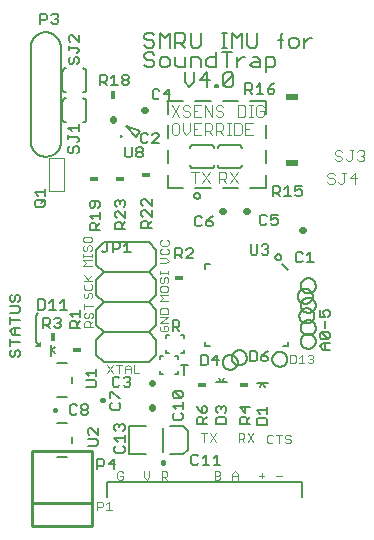
<source format=gbr>
G04 EAGLE Gerber RS-274X export*
G75*
%MOMM*%
%FSLAX34Y34*%
%LPD*%
%INSilkscreen Top*%
%IPPOS*%
%AMOC8*
5,1,8,0,0,1.08239X$1,22.5*%
G01*
%ADD10C,0.101600*%
%ADD11C,0.152400*%
%ADD12C,0.177800*%
%ADD13C,0.203200*%
%ADD14R,1.016000X0.508000*%
%ADD15C,0.076200*%
%ADD16C,0.558800*%
%ADD17C,0.406400*%
%ADD18C,0.127000*%
%ADD19C,0.254000*%
%ADD20R,0.711200X0.406400*%
%ADD21R,0.762000X0.457200*%
%ADD22R,0.406400X0.711200*%
%ADD23C,0.075000*%
%ADD24R,0.457200X0.762000*%


D10*
X79287Y35771D02*
X78101Y36958D01*
X75728Y36958D01*
X74542Y35771D01*
X74542Y31026D01*
X75728Y29840D01*
X78101Y29840D01*
X79287Y31026D01*
X79287Y33399D01*
X76915Y33399D01*
X96994Y32212D02*
X96994Y36958D01*
X96994Y32212D02*
X99367Y29840D01*
X101740Y32212D01*
X101740Y36958D01*
X111963Y36958D02*
X111963Y29840D01*
X111963Y36958D02*
X115522Y36958D01*
X116708Y35771D01*
X116708Y33399D01*
X115522Y32212D01*
X111963Y32212D01*
X114335Y32212D02*
X116708Y29840D01*
X156868Y29840D02*
X156868Y36958D01*
X160427Y36958D01*
X161613Y35771D01*
X161613Y34585D01*
X160427Y33399D01*
X161613Y32212D01*
X161613Y31026D01*
X160427Y29840D01*
X156868Y29840D01*
X156868Y33399D02*
X160427Y33399D01*
X171836Y34585D02*
X171836Y29840D01*
X171836Y34585D02*
X174209Y36958D01*
X176581Y34585D01*
X176581Y29840D01*
X176581Y33399D02*
X171836Y33399D01*
X194288Y33399D02*
X199034Y33399D01*
X196661Y35771D02*
X196661Y31026D01*
X209257Y33399D02*
X214002Y33399D01*
X206321Y66892D02*
X205135Y68078D01*
X202762Y68078D01*
X201576Y66892D01*
X201576Y62146D01*
X202762Y60960D01*
X205135Y60960D01*
X206321Y62146D01*
X211432Y60960D02*
X211432Y68078D01*
X209060Y68078D02*
X213805Y68078D01*
X220103Y68078D02*
X221289Y66892D01*
X220103Y68078D02*
X217730Y68078D01*
X216544Y66892D01*
X216544Y65705D01*
X217730Y64519D01*
X220103Y64519D01*
X221289Y63333D01*
X221289Y62146D01*
X220103Y60960D01*
X217730Y60960D01*
X216544Y62146D01*
X147932Y62230D02*
X147932Y69348D01*
X145560Y69348D02*
X150305Y69348D01*
X153044Y69348D02*
X157789Y62230D01*
X153044Y62230D02*
X157789Y69348D01*
X177310Y69348D02*
X177310Y62230D01*
X177310Y69348D02*
X180869Y69348D01*
X182055Y68162D01*
X182055Y65789D01*
X180869Y64603D01*
X177310Y64603D01*
X179682Y64603D02*
X182055Y62230D01*
X189539Y62230D02*
X184794Y69348D01*
X189539Y69348D02*
X184794Y62230D01*
D11*
X-15065Y139808D02*
X-16506Y138368D01*
X-16506Y135487D01*
X-15065Y134046D01*
X-13625Y134046D01*
X-12184Y135487D01*
X-12184Y138368D01*
X-10744Y139808D01*
X-9303Y139808D01*
X-7863Y138368D01*
X-7863Y135487D01*
X-9303Y134046D01*
X-7863Y146282D02*
X-16506Y146282D01*
X-16506Y143401D02*
X-16506Y149163D01*
X-13625Y152756D02*
X-7863Y152756D01*
X-13625Y152756D02*
X-16506Y155638D01*
X-13625Y158519D01*
X-7863Y158519D01*
X-12184Y158519D02*
X-12184Y152756D01*
X-7863Y164993D02*
X-16506Y164993D01*
X-16506Y162112D02*
X-16506Y167874D01*
X-16506Y171467D02*
X-9303Y171467D01*
X-7863Y172907D01*
X-7863Y175788D01*
X-9303Y177229D01*
X-16506Y177229D01*
X-16506Y185144D02*
X-15065Y186584D01*
X-16506Y185144D02*
X-16506Y182263D01*
X-15065Y180822D01*
X-13625Y180822D01*
X-12184Y182263D01*
X-12184Y185144D01*
X-10744Y186584D01*
X-9303Y186584D01*
X-7863Y185144D01*
X-7863Y182263D01*
X-9303Y180822D01*
X145118Y135387D02*
X145118Y126744D01*
X149440Y126744D01*
X150880Y128184D01*
X150880Y133946D01*
X149440Y135387D01*
X145118Y135387D01*
X158795Y135387D02*
X158795Y126744D01*
X154473Y131065D02*
X158795Y135387D01*
X160236Y131065D02*
X154473Y131065D01*
X187011Y130123D02*
X187011Y138766D01*
X187011Y130123D02*
X191333Y130123D01*
X192774Y131563D01*
X192774Y137325D01*
X191333Y138766D01*
X187011Y138766D01*
X199248Y137325D02*
X202129Y138766D01*
X199248Y137325D02*
X196367Y134444D01*
X196367Y131563D01*
X197807Y130123D01*
X200688Y130123D01*
X202129Y131563D01*
X202129Y133004D01*
X200688Y134444D01*
X196367Y134444D01*
D10*
X220667Y135670D02*
X220667Y128552D01*
X224226Y128552D01*
X225412Y129739D01*
X225412Y134484D01*
X224226Y135670D01*
X220667Y135670D01*
X228151Y133298D02*
X230523Y135670D01*
X230523Y128552D01*
X228151Y128552D02*
X232896Y128552D01*
X235635Y134484D02*
X236821Y135670D01*
X239194Y135670D01*
X240380Y134484D01*
X240380Y133298D01*
X239194Y132111D01*
X238008Y132111D01*
X239194Y132111D02*
X240380Y130925D01*
X240380Y129739D01*
X239194Y128552D01*
X236821Y128552D01*
X235635Y129739D01*
D11*
X248831Y139988D02*
X254593Y139988D01*
X248831Y139988D02*
X245950Y142869D01*
X248831Y145750D01*
X254593Y145750D01*
X250271Y145750D02*
X250271Y139988D01*
X253152Y149343D02*
X247390Y149343D01*
X245950Y150784D01*
X245950Y153665D01*
X247390Y155105D01*
X253152Y155105D01*
X254593Y153665D01*
X254593Y150784D01*
X253152Y149343D01*
X247390Y155105D01*
X250271Y158698D02*
X250271Y164461D01*
X245950Y168054D02*
X245950Y173816D01*
X245950Y168054D02*
X250271Y168054D01*
X248831Y170935D01*
X248831Y172375D01*
X250271Y173816D01*
X253152Y173816D01*
X254593Y172375D01*
X254593Y169494D01*
X253152Y168054D01*
D12*
X105713Y389730D02*
X103637Y391806D01*
X99485Y391806D01*
X97409Y389730D01*
X97409Y387653D01*
X99485Y385577D01*
X103637Y385577D01*
X105713Y383501D01*
X105713Y381425D01*
X103637Y379349D01*
X99485Y379349D01*
X97409Y381425D01*
X112582Y379349D02*
X116735Y379349D01*
X118811Y381425D01*
X118811Y385577D01*
X116735Y387653D01*
X112582Y387653D01*
X110506Y385577D01*
X110506Y381425D01*
X112582Y379349D01*
X123604Y381425D02*
X123604Y387653D01*
X123604Y381425D02*
X125680Y379349D01*
X131908Y379349D01*
X131908Y387653D01*
X136701Y387653D02*
X136701Y379349D01*
X136701Y387653D02*
X142929Y387653D01*
X145005Y385577D01*
X145005Y379349D01*
X158102Y379349D02*
X158102Y391806D01*
X158102Y379349D02*
X151874Y379349D01*
X149798Y381425D01*
X149798Y385577D01*
X151874Y387653D01*
X158102Y387653D01*
X167047Y391806D02*
X167047Y379349D01*
X162895Y391806D02*
X171200Y391806D01*
X175993Y387653D02*
X175993Y379349D01*
X175993Y383501D02*
X180145Y387653D01*
X182221Y387653D01*
X188983Y387653D02*
X193135Y387653D01*
X195211Y385577D01*
X195211Y379349D01*
X188983Y379349D01*
X186907Y381425D01*
X188983Y383501D01*
X195211Y383501D01*
X200004Y387653D02*
X200004Y375197D01*
X200004Y387653D02*
X206232Y387653D01*
X208309Y385577D01*
X208309Y381425D01*
X206232Y379349D01*
X200004Y379349D01*
X105713Y406240D02*
X103637Y408316D01*
X99485Y408316D01*
X97409Y406240D01*
X97409Y404163D01*
X99485Y402087D01*
X103637Y402087D01*
X105713Y400011D01*
X105713Y397935D01*
X103637Y395859D01*
X99485Y395859D01*
X97409Y397935D01*
X110506Y395859D02*
X110506Y408316D01*
X114658Y404163D01*
X118811Y408316D01*
X118811Y395859D01*
X123604Y395859D02*
X123604Y408316D01*
X129832Y408316D01*
X131908Y406240D01*
X131908Y402087D01*
X129832Y400011D01*
X123604Y400011D01*
X127756Y400011D02*
X131908Y395859D01*
X136701Y397935D02*
X136701Y408316D01*
X136701Y397935D02*
X138777Y395859D01*
X142929Y395859D01*
X145005Y397935D01*
X145005Y408316D01*
X162895Y395859D02*
X167047Y395859D01*
X164971Y395859D02*
X164971Y408316D01*
X162895Y408316D02*
X167047Y408316D01*
X171627Y408316D02*
X171627Y395859D01*
X175779Y404163D02*
X171627Y408316D01*
X175779Y404163D02*
X179931Y408316D01*
X179931Y395859D01*
X184724Y397935D02*
X184724Y408316D01*
X184724Y397935D02*
X186800Y395859D01*
X190952Y395859D01*
X193028Y397935D01*
X193028Y408316D01*
X212995Y406240D02*
X212995Y395859D01*
X212995Y406240D02*
X215071Y408316D01*
X215071Y402087D02*
X210919Y402087D01*
X221726Y395859D02*
X225878Y395859D01*
X227954Y397935D01*
X227954Y402087D01*
X225878Y404163D01*
X221726Y404163D01*
X219650Y402087D01*
X219650Y397935D01*
X221726Y395859D01*
X232747Y395859D02*
X232747Y404163D01*
X232747Y400011D02*
X236899Y404163D01*
X238976Y404163D01*
X131445Y374788D02*
X131445Y366483D01*
X135597Y362331D01*
X139749Y366483D01*
X139749Y374788D01*
X150771Y374788D02*
X150771Y362331D01*
X144542Y368559D02*
X150771Y374788D01*
X152847Y368559D02*
X144542Y368559D01*
X157640Y364407D02*
X157640Y362331D01*
X157640Y364407D02*
X159716Y364407D01*
X159716Y362331D01*
X157640Y362331D01*
X164188Y364407D02*
X164188Y372712D01*
X166264Y374788D01*
X170416Y374788D01*
X172493Y372712D01*
X172493Y364407D01*
X170416Y362331D01*
X166264Y362331D01*
X164188Y364407D01*
X172493Y372712D01*
D10*
X52755Y211126D02*
X45637Y211126D01*
X48010Y213499D01*
X45637Y215871D01*
X52755Y215871D01*
X52755Y218610D02*
X52755Y220983D01*
X52755Y219796D02*
X45637Y219796D01*
X45637Y218610D02*
X45637Y220983D01*
X45637Y227158D02*
X46824Y228345D01*
X45637Y227158D02*
X45637Y224786D01*
X46824Y223599D01*
X48010Y223599D01*
X49196Y224786D01*
X49196Y227158D01*
X50383Y228345D01*
X51569Y228345D01*
X52755Y227158D01*
X52755Y224786D01*
X51569Y223599D01*
X45637Y232270D02*
X45637Y234643D01*
X45637Y232270D02*
X46824Y231084D01*
X51569Y231084D01*
X52755Y232270D01*
X52755Y234643D01*
X51569Y235829D01*
X46824Y235829D01*
X45637Y234643D01*
X47163Y188219D02*
X45977Y187033D01*
X45977Y184660D01*
X47163Y183474D01*
X48350Y183474D01*
X49536Y184660D01*
X49536Y187033D01*
X50722Y188219D01*
X51909Y188219D01*
X53095Y187033D01*
X53095Y184660D01*
X51909Y183474D01*
X45977Y194517D02*
X47163Y195703D01*
X45977Y194517D02*
X45977Y192144D01*
X47163Y190958D01*
X51909Y190958D01*
X53095Y192144D01*
X53095Y194517D01*
X51909Y195703D01*
X53095Y198442D02*
X45977Y198442D01*
X50722Y198442D02*
X45977Y203188D01*
X49536Y199629D02*
X53095Y203188D01*
X53728Y159330D02*
X46610Y159330D01*
X46610Y162889D01*
X47797Y164075D01*
X50169Y164075D01*
X51356Y162889D01*
X51356Y159330D01*
X51356Y161702D02*
X53728Y164075D01*
X46610Y170373D02*
X47797Y171559D01*
X46610Y170373D02*
X46610Y168000D01*
X47797Y166814D01*
X48983Y166814D01*
X50169Y168000D01*
X50169Y170373D01*
X51356Y171559D01*
X52542Y171559D01*
X53728Y170373D01*
X53728Y168000D01*
X52542Y166814D01*
X53728Y176671D02*
X46610Y176671D01*
X46610Y179043D02*
X46610Y174298D01*
X110563Y181584D02*
X117681Y181584D01*
X112936Y183957D02*
X110563Y181584D01*
X112936Y183957D02*
X110563Y186329D01*
X117681Y186329D01*
X110563Y190254D02*
X110563Y192627D01*
X110563Y190254D02*
X111749Y189068D01*
X116495Y189068D01*
X117681Y190254D01*
X117681Y192627D01*
X116495Y193813D01*
X111749Y193813D01*
X110563Y192627D01*
X110563Y200111D02*
X111749Y201298D01*
X110563Y200111D02*
X110563Y197739D01*
X111749Y196552D01*
X112936Y196552D01*
X114122Y197739D01*
X114122Y200111D01*
X115308Y201298D01*
X116495Y201298D01*
X117681Y200111D01*
X117681Y197739D01*
X116495Y196552D01*
X117681Y204036D02*
X117681Y206409D01*
X117681Y205223D02*
X110563Y205223D01*
X110563Y206409D02*
X110563Y204036D01*
X111028Y213201D02*
X115774Y213201D01*
X118146Y215573D01*
X115774Y217946D01*
X111028Y217946D01*
X111028Y224244D02*
X112215Y225430D01*
X111028Y224244D02*
X111028Y221871D01*
X112215Y220685D01*
X116960Y220685D01*
X118146Y221871D01*
X118146Y224244D01*
X116960Y225430D01*
X111028Y231728D02*
X112215Y232914D01*
X111028Y231728D02*
X111028Y229355D01*
X112215Y228169D01*
X116960Y228169D01*
X118146Y229355D01*
X118146Y231728D01*
X116960Y232914D01*
X111749Y160282D02*
X110563Y159095D01*
X110563Y156723D01*
X111749Y155536D01*
X116495Y155536D01*
X117681Y156723D01*
X117681Y159095D01*
X116495Y160282D01*
X114122Y160282D01*
X114122Y157909D01*
X117681Y163021D02*
X110563Y163021D01*
X117681Y167766D01*
X110563Y167766D01*
X110563Y170505D02*
X117681Y170505D01*
X117681Y174064D01*
X116495Y175250D01*
X111749Y175250D01*
X110563Y174064D01*
X110563Y170505D01*
D13*
X208280Y218440D02*
X208282Y218540D01*
X208288Y218641D01*
X208298Y218740D01*
X208312Y218840D01*
X208329Y218939D01*
X208351Y219037D01*
X208377Y219134D01*
X208406Y219230D01*
X208439Y219324D01*
X208476Y219418D01*
X208516Y219510D01*
X208560Y219600D01*
X208608Y219688D01*
X208659Y219775D01*
X208713Y219859D01*
X208771Y219941D01*
X208832Y220021D01*
X208896Y220098D01*
X208963Y220173D01*
X209033Y220245D01*
X209106Y220314D01*
X209181Y220380D01*
X209259Y220444D01*
X209339Y220504D01*
X209422Y220561D01*
X209507Y220614D01*
X209594Y220664D01*
X209683Y220711D01*
X209773Y220754D01*
X209865Y220794D01*
X209959Y220830D01*
X210054Y220862D01*
X210150Y220890D01*
X210248Y220915D01*
X210346Y220935D01*
X210445Y220952D01*
X210545Y220965D01*
X210644Y220974D01*
X210745Y220979D01*
X210845Y220980D01*
X210945Y220977D01*
X211046Y220970D01*
X211145Y220959D01*
X211245Y220944D01*
X211343Y220926D01*
X211441Y220903D01*
X211538Y220876D01*
X211633Y220846D01*
X211728Y220812D01*
X211821Y220774D01*
X211912Y220733D01*
X212002Y220688D01*
X212090Y220640D01*
X212176Y220588D01*
X212260Y220533D01*
X212341Y220474D01*
X212420Y220412D01*
X212497Y220348D01*
X212571Y220280D01*
X212642Y220209D01*
X212711Y220136D01*
X212776Y220060D01*
X212839Y219981D01*
X212898Y219900D01*
X212954Y219817D01*
X213007Y219732D01*
X213056Y219644D01*
X213102Y219555D01*
X213144Y219464D01*
X213183Y219371D01*
X213218Y219277D01*
X213249Y219182D01*
X213277Y219085D01*
X213300Y218988D01*
X213320Y218889D01*
X213336Y218790D01*
X213348Y218691D01*
X213356Y218590D01*
X213360Y218490D01*
X213360Y218390D01*
X213356Y218290D01*
X213348Y218189D01*
X213336Y218090D01*
X213320Y217991D01*
X213300Y217892D01*
X213277Y217795D01*
X213249Y217698D01*
X213218Y217603D01*
X213183Y217509D01*
X213144Y217416D01*
X213102Y217325D01*
X213056Y217236D01*
X213007Y217148D01*
X212954Y217063D01*
X212898Y216980D01*
X212839Y216899D01*
X212776Y216820D01*
X212711Y216744D01*
X212642Y216671D01*
X212571Y216600D01*
X212497Y216532D01*
X212420Y216468D01*
X212341Y216406D01*
X212260Y216347D01*
X212176Y216292D01*
X212090Y216240D01*
X212002Y216192D01*
X211912Y216147D01*
X211821Y216106D01*
X211728Y216068D01*
X211633Y216034D01*
X211538Y216004D01*
X211441Y215977D01*
X211343Y215954D01*
X211245Y215936D01*
X211145Y215921D01*
X211046Y215910D01*
X210945Y215903D01*
X210845Y215900D01*
X210745Y215901D01*
X210644Y215906D01*
X210545Y215915D01*
X210445Y215928D01*
X210346Y215945D01*
X210248Y215965D01*
X210150Y215990D01*
X210054Y216018D01*
X209959Y216050D01*
X209865Y216086D01*
X209773Y216126D01*
X209683Y216169D01*
X209594Y216216D01*
X209507Y216266D01*
X209422Y216319D01*
X209339Y216376D01*
X209259Y216436D01*
X209181Y216500D01*
X209106Y216566D01*
X209033Y216635D01*
X208963Y216707D01*
X208896Y216782D01*
X208832Y216859D01*
X208771Y216939D01*
X208713Y217021D01*
X208659Y217105D01*
X208608Y217192D01*
X208560Y217280D01*
X208516Y217370D01*
X208476Y217462D01*
X208439Y217556D01*
X208406Y217650D01*
X208377Y217746D01*
X208351Y217843D01*
X208329Y217941D01*
X208312Y218040D01*
X208298Y218140D01*
X208288Y218239D01*
X208282Y218340D01*
X208280Y218440D01*
X139700Y270510D02*
X139702Y270610D01*
X139708Y270711D01*
X139718Y270810D01*
X139732Y270910D01*
X139749Y271009D01*
X139771Y271107D01*
X139797Y271204D01*
X139826Y271300D01*
X139859Y271394D01*
X139896Y271488D01*
X139936Y271580D01*
X139980Y271670D01*
X140028Y271758D01*
X140079Y271845D01*
X140133Y271929D01*
X140191Y272011D01*
X140252Y272091D01*
X140316Y272168D01*
X140383Y272243D01*
X140453Y272315D01*
X140526Y272384D01*
X140601Y272450D01*
X140679Y272514D01*
X140759Y272574D01*
X140842Y272631D01*
X140927Y272684D01*
X141014Y272734D01*
X141103Y272781D01*
X141193Y272824D01*
X141285Y272864D01*
X141379Y272900D01*
X141474Y272932D01*
X141570Y272960D01*
X141668Y272985D01*
X141766Y273005D01*
X141865Y273022D01*
X141965Y273035D01*
X142064Y273044D01*
X142165Y273049D01*
X142265Y273050D01*
X142365Y273047D01*
X142466Y273040D01*
X142565Y273029D01*
X142665Y273014D01*
X142763Y272996D01*
X142861Y272973D01*
X142958Y272946D01*
X143053Y272916D01*
X143148Y272882D01*
X143241Y272844D01*
X143332Y272803D01*
X143422Y272758D01*
X143510Y272710D01*
X143596Y272658D01*
X143680Y272603D01*
X143761Y272544D01*
X143840Y272482D01*
X143917Y272418D01*
X143991Y272350D01*
X144062Y272279D01*
X144131Y272206D01*
X144196Y272130D01*
X144259Y272051D01*
X144318Y271970D01*
X144374Y271887D01*
X144427Y271802D01*
X144476Y271714D01*
X144522Y271625D01*
X144564Y271534D01*
X144603Y271441D01*
X144638Y271347D01*
X144669Y271252D01*
X144697Y271155D01*
X144720Y271058D01*
X144740Y270959D01*
X144756Y270860D01*
X144768Y270761D01*
X144776Y270660D01*
X144780Y270560D01*
X144780Y270460D01*
X144776Y270360D01*
X144768Y270259D01*
X144756Y270160D01*
X144740Y270061D01*
X144720Y269962D01*
X144697Y269865D01*
X144669Y269768D01*
X144638Y269673D01*
X144603Y269579D01*
X144564Y269486D01*
X144522Y269395D01*
X144476Y269306D01*
X144427Y269218D01*
X144374Y269133D01*
X144318Y269050D01*
X144259Y268969D01*
X144196Y268890D01*
X144131Y268814D01*
X144062Y268741D01*
X143991Y268670D01*
X143917Y268602D01*
X143840Y268538D01*
X143761Y268476D01*
X143680Y268417D01*
X143596Y268362D01*
X143510Y268310D01*
X143422Y268262D01*
X143332Y268217D01*
X143241Y268176D01*
X143148Y268138D01*
X143053Y268104D01*
X142958Y268074D01*
X142861Y268047D01*
X142763Y268024D01*
X142665Y268006D01*
X142565Y267991D01*
X142466Y267980D01*
X142365Y267973D01*
X142265Y267970D01*
X142165Y267971D01*
X142064Y267976D01*
X141965Y267985D01*
X141865Y267998D01*
X141766Y268015D01*
X141668Y268035D01*
X141570Y268060D01*
X141474Y268088D01*
X141379Y268120D01*
X141285Y268156D01*
X141193Y268196D01*
X141103Y268239D01*
X141014Y268286D01*
X140927Y268336D01*
X140842Y268389D01*
X140759Y268446D01*
X140679Y268506D01*
X140601Y268570D01*
X140526Y268636D01*
X140453Y268705D01*
X140383Y268777D01*
X140316Y268852D01*
X140252Y268929D01*
X140191Y269009D01*
X140133Y269091D01*
X140079Y269175D01*
X140028Y269262D01*
X139980Y269350D01*
X139936Y269440D01*
X139896Y269532D01*
X139859Y269626D01*
X139826Y269720D01*
X139797Y269816D01*
X139771Y269913D01*
X139749Y270011D01*
X139732Y270110D01*
X139718Y270210D01*
X139708Y270309D01*
X139702Y270410D01*
X139700Y270510D01*
D10*
X29210Y302260D02*
X16510Y302260D01*
X29210Y302260D02*
X29210Y274320D01*
X16510Y274320D01*
X16510Y302260D01*
D14*
X222250Y354330D03*
X222250Y298450D03*
D13*
X7620Y170942D02*
X5334Y168656D01*
X5334Y146558D01*
X8382Y143510D01*
D10*
X66004Y127395D02*
X70749Y120276D01*
X66004Y120276D02*
X70749Y127395D01*
X75861Y127395D02*
X75861Y120276D01*
X78233Y127395D02*
X73488Y127395D01*
X80972Y125022D02*
X80972Y120276D01*
X80972Y125022D02*
X83345Y127395D01*
X85718Y125022D01*
X85718Y120276D01*
X85718Y123835D02*
X80972Y123835D01*
X88456Y127395D02*
X88456Y120276D01*
X93202Y120276D01*
X8636Y143002D02*
X8636Y143256D01*
X8636Y146812D01*
X5080Y143256D01*
X8636Y143256D01*
X6604Y143510D02*
X8382Y145288D01*
X8382Y145542D01*
D13*
X81534Y329692D02*
X93472Y325628D01*
X89916Y320294D02*
X81534Y329692D01*
X89916Y320294D02*
X93472Y325628D01*
X117094Y339986D02*
X117094Y351028D01*
X117094Y329986D02*
X117094Y318944D01*
X117094Y308944D02*
X117094Y297902D01*
X117094Y287902D02*
X117094Y276860D01*
X130422Y276860D01*
X140422Y276860D02*
X153750Y276860D01*
X163750Y276860D02*
X177078Y276860D01*
X187078Y276860D02*
X200406Y276860D01*
X200406Y287902D01*
X200406Y297902D02*
X200406Y308944D01*
X200406Y318944D02*
X200406Y329986D01*
X200406Y339986D02*
X200406Y351028D01*
X187015Y351028D01*
X177015Y351028D02*
X163623Y351028D01*
X153623Y351028D02*
X140232Y351028D01*
X130232Y351028D02*
X116840Y351028D01*
D15*
X120523Y346845D02*
X126794Y337439D01*
X120523Y337439D02*
X126794Y346845D01*
X134581Y346845D02*
X136149Y345277D01*
X134581Y346845D02*
X131446Y346845D01*
X129878Y345277D01*
X129878Y343710D01*
X131446Y342142D01*
X134581Y342142D01*
X136149Y340574D01*
X136149Y339007D01*
X134581Y337439D01*
X131446Y337439D01*
X129878Y339007D01*
X139233Y346845D02*
X145504Y346845D01*
X139233Y346845D02*
X139233Y337439D01*
X145504Y337439D01*
X142369Y342142D02*
X139233Y342142D01*
X148589Y337439D02*
X148589Y346845D01*
X154859Y337439D01*
X154859Y346845D01*
X162647Y346845D02*
X164214Y345277D01*
X162647Y346845D02*
X159511Y346845D01*
X157944Y345277D01*
X157944Y343710D01*
X159511Y342142D01*
X162647Y342142D01*
X164214Y340574D01*
X164214Y339007D01*
X162647Y337439D01*
X159511Y337439D01*
X157944Y339007D01*
X176654Y337439D02*
X176654Y346845D01*
X176654Y337439D02*
X181357Y337439D01*
X182925Y339007D01*
X182925Y345277D01*
X181357Y346845D01*
X176654Y346845D01*
X186009Y337439D02*
X189145Y337439D01*
X187577Y337439D02*
X187577Y346845D01*
X186009Y346845D02*
X189145Y346845D01*
X196949Y346845D02*
X198517Y345277D01*
X196949Y346845D02*
X193814Y346845D01*
X192246Y345277D01*
X192246Y339007D01*
X193814Y337439D01*
X196949Y337439D01*
X198517Y339007D01*
X198517Y342142D01*
X195381Y342142D01*
X125226Y331605D02*
X122091Y331605D01*
X120523Y330037D01*
X120523Y323767D01*
X122091Y322199D01*
X125226Y322199D01*
X126794Y323767D01*
X126794Y330037D01*
X125226Y331605D01*
X129878Y331605D02*
X129878Y325334D01*
X133014Y322199D01*
X136149Y325334D01*
X136149Y331605D01*
X139233Y331605D02*
X145504Y331605D01*
X139233Y331605D02*
X139233Y322199D01*
X145504Y322199D01*
X142369Y326902D02*
X139233Y326902D01*
X148589Y322199D02*
X148589Y331605D01*
X153292Y331605D01*
X154859Y330037D01*
X154859Y326902D01*
X153292Y325334D01*
X148589Y325334D01*
X151724Y325334D02*
X154859Y322199D01*
X157944Y322199D02*
X157944Y331605D01*
X162647Y331605D01*
X164214Y330037D01*
X164214Y326902D01*
X162647Y325334D01*
X157944Y325334D01*
X161079Y325334D02*
X164214Y322199D01*
X167299Y322199D02*
X170434Y322199D01*
X168867Y322199D02*
X168867Y331605D01*
X170434Y331605D02*
X167299Y331605D01*
X173536Y331605D02*
X173536Y322199D01*
X178239Y322199D01*
X179806Y323767D01*
X179806Y330037D01*
X178239Y331605D01*
X173536Y331605D01*
X182891Y331605D02*
X189162Y331605D01*
X182891Y331605D02*
X182891Y322199D01*
X189162Y322199D01*
X186026Y326902D02*
X182891Y326902D01*
X140168Y290203D02*
X140168Y280797D01*
X137033Y290203D02*
X143304Y290203D01*
X146388Y290203D02*
X152659Y280797D01*
X146388Y280797D02*
X152659Y290203D01*
X160655Y290457D02*
X160655Y281051D01*
X160655Y290457D02*
X165358Y290457D01*
X166926Y288889D01*
X166926Y285754D01*
X165358Y284186D01*
X160655Y284186D01*
X163790Y284186D02*
X166926Y281051D01*
X176281Y281051D02*
X170010Y290457D01*
X176281Y290457D02*
X170010Y281051D01*
D16*
X230835Y241300D02*
X231445Y241300D01*
D11*
X229874Y222765D02*
X231314Y221325D01*
X229874Y222765D02*
X226993Y222765D01*
X225552Y221325D01*
X225552Y215563D01*
X226993Y214122D01*
X229874Y214122D01*
X231314Y215563D01*
X234907Y219884D02*
X237788Y222765D01*
X237788Y214122D01*
X234907Y214122D02*
X240669Y214122D01*
D16*
X104140Y91491D02*
X104140Y90881D01*
D11*
X121405Y84714D02*
X122845Y86155D01*
X121405Y84714D02*
X121405Y81833D01*
X122845Y80392D01*
X128607Y80392D01*
X130048Y81833D01*
X130048Y84714D01*
X128607Y86155D01*
X124286Y89748D02*
X121405Y92629D01*
X130048Y92629D01*
X130048Y89748D02*
X130048Y95510D01*
X128607Y99103D02*
X122845Y99103D01*
X121405Y100543D01*
X121405Y103425D01*
X122845Y104865D01*
X128607Y104865D01*
X130048Y103425D01*
X130048Y100543D01*
X128607Y99103D01*
X122845Y104865D01*
D17*
X113030Y44755D02*
X113030Y44145D01*
D11*
X141609Y51315D02*
X143049Y49875D01*
X141609Y51315D02*
X138728Y51315D01*
X137287Y49875D01*
X137287Y44113D01*
X138728Y42672D01*
X141609Y42672D01*
X143049Y44113D01*
X146642Y48434D02*
X149523Y51315D01*
X149523Y42672D01*
X146642Y42672D02*
X152404Y42672D01*
X155997Y48434D02*
X158879Y51315D01*
X158879Y42672D01*
X161760Y42672D02*
X155997Y42672D01*
D13*
X99220Y51500D02*
X84220Y51500D01*
X84220Y75500D01*
X99220Y75500D01*
X119220Y51500D02*
X130220Y51500D01*
X134220Y55500D01*
X134220Y71500D01*
X130220Y75500D01*
X119220Y75500D01*
D18*
X113030Y73660D02*
X113030Y53340D01*
D11*
X73475Y58594D02*
X72035Y57154D01*
X72035Y54273D01*
X73475Y52832D01*
X79237Y52832D01*
X80678Y54273D01*
X80678Y57154D01*
X79237Y58594D01*
X74916Y62187D02*
X72035Y65068D01*
X80678Y65068D01*
X80678Y62187D02*
X80678Y67949D01*
X73475Y71542D02*
X72035Y72983D01*
X72035Y75864D01*
X73475Y77305D01*
X74916Y77305D01*
X76356Y75864D01*
X76356Y74424D01*
X76356Y75864D02*
X77797Y77305D01*
X79237Y77305D01*
X80678Y75864D01*
X80678Y72983D01*
X79237Y71542D01*
D16*
X104140Y111455D02*
X104140Y112065D01*
D11*
X76206Y115915D02*
X74765Y117355D01*
X71884Y117355D01*
X70444Y115915D01*
X70444Y110153D01*
X71884Y108712D01*
X74765Y108712D01*
X76206Y110153D01*
X79799Y115915D02*
X81239Y117355D01*
X84121Y117355D01*
X85561Y115915D01*
X85561Y114474D01*
X84121Y113034D01*
X82680Y113034D01*
X84121Y113034D02*
X85561Y111593D01*
X85561Y110153D01*
X84121Y108712D01*
X81239Y108712D01*
X79799Y110153D01*
D16*
X183845Y257810D02*
X184455Y257810D01*
D11*
X199394Y254515D02*
X200834Y253075D01*
X199394Y254515D02*
X196513Y254515D01*
X195072Y253075D01*
X195072Y247313D01*
X196513Y245872D01*
X199394Y245872D01*
X200834Y247313D01*
X204427Y254515D02*
X210189Y254515D01*
X204427Y254515D02*
X204427Y250194D01*
X207308Y251634D01*
X208749Y251634D01*
X210189Y250194D01*
X210189Y247313D01*
X208749Y245872D01*
X205868Y245872D01*
X204427Y247313D01*
D16*
X164135Y257810D02*
X163525Y257810D01*
D11*
X146224Y251805D02*
X144784Y253245D01*
X141903Y253245D01*
X140462Y251805D01*
X140462Y246043D01*
X141903Y244602D01*
X144784Y244602D01*
X146224Y246043D01*
X152698Y251805D02*
X155579Y253245D01*
X152698Y251805D02*
X149817Y248924D01*
X149817Y246043D01*
X151258Y244602D01*
X154139Y244602D01*
X155579Y246043D01*
X155579Y247483D01*
X154139Y248924D01*
X149817Y248924D01*
D17*
X62535Y97790D02*
X61925Y97790D01*
D11*
X68559Y93714D02*
X70000Y95155D01*
X68559Y93714D02*
X68559Y90833D01*
X70000Y89393D01*
X75762Y89393D01*
X77203Y90833D01*
X77203Y93714D01*
X75762Y95155D01*
X68559Y98748D02*
X68559Y104510D01*
X70000Y104510D01*
X75762Y98748D01*
X77203Y98748D01*
D17*
X21590Y89205D02*
X21590Y88595D01*
D11*
X38628Y93690D02*
X40069Y92250D01*
X38628Y93690D02*
X35747Y93690D01*
X34306Y92250D01*
X34306Y86488D01*
X35747Y85047D01*
X38628Y85047D01*
X40069Y86488D01*
X43662Y92250D02*
X45102Y93690D01*
X47983Y93690D01*
X49424Y92250D01*
X49424Y90809D01*
X47983Y89369D01*
X49424Y87928D01*
X49424Y86488D01*
X47983Y85047D01*
X45102Y85047D01*
X43662Y86488D01*
X43662Y87928D01*
X45102Y89369D01*
X43662Y90809D01*
X43662Y92250D01*
X45102Y89369D02*
X47983Y89369D01*
D13*
X197369Y111901D02*
X201969Y111901D01*
X197369Y111901D02*
X192769Y111901D01*
X197369Y111901D02*
X199707Y108801D01*
X197115Y111747D02*
X195185Y108801D01*
D11*
X192409Y76673D02*
X201052Y76673D01*
X201052Y80994D01*
X199611Y82435D01*
X193849Y82435D01*
X192409Y80994D01*
X192409Y76673D01*
X195290Y86028D02*
X192409Y88909D01*
X201052Y88909D01*
X201052Y86028D02*
X201052Y91790D01*
D13*
X18620Y139700D02*
X18620Y144300D01*
X18620Y139700D02*
X18620Y135100D01*
X18620Y139700D02*
X21720Y142038D01*
X18774Y139446D02*
X21720Y137516D01*
D11*
X7550Y174005D02*
X7550Y182649D01*
X7550Y174005D02*
X11872Y174005D01*
X13312Y175446D01*
X13312Y181208D01*
X11872Y182649D01*
X7550Y182649D01*
X16905Y179767D02*
X19786Y182649D01*
X19786Y174005D01*
X16905Y174005D02*
X22667Y174005D01*
X26260Y179767D02*
X29142Y182649D01*
X29142Y174005D01*
X32023Y174005D02*
X26260Y174005D01*
D13*
X157960Y112600D02*
X162560Y112600D01*
X167160Y112600D01*
X162560Y112600D02*
X160222Y115700D01*
X162814Y112754D02*
X164744Y115700D01*
D11*
X166878Y77302D02*
X158235Y77302D01*
X166878Y77302D02*
X166878Y81623D01*
X165437Y83064D01*
X159675Y83064D01*
X158235Y81623D01*
X158235Y77302D01*
X159675Y86657D02*
X158235Y88097D01*
X158235Y90979D01*
X159675Y92419D01*
X161116Y92419D01*
X162556Y90979D01*
X162556Y89538D01*
X162556Y90979D02*
X163997Y92419D01*
X165437Y92419D01*
X166878Y90979D01*
X166878Y88097D01*
X165437Y86657D01*
D19*
X53340Y-8890D02*
X2540Y-8890D01*
X2540Y10160D01*
X2540Y54610D01*
X53340Y54610D01*
X53340Y10160D01*
X53340Y-8890D01*
X53340Y10160D02*
X2540Y10160D01*
D11*
X57738Y38886D02*
X57738Y47529D01*
X62059Y47529D01*
X63500Y46089D01*
X63500Y43208D01*
X62059Y41767D01*
X57738Y41767D01*
X71414Y38886D02*
X71414Y47529D01*
X67093Y43208D01*
X72855Y43208D01*
X11767Y261112D02*
X6005Y261112D01*
X4565Y262553D01*
X4565Y265434D01*
X6005Y266874D01*
X11767Y266874D01*
X13208Y265434D01*
X13208Y262553D01*
X11767Y261112D01*
X10327Y263993D02*
X13208Y266874D01*
X7446Y270467D02*
X4565Y273348D01*
X13208Y273348D01*
X13208Y270467D02*
X13208Y276229D01*
D20*
X40386Y140208D03*
D11*
X42926Y158242D02*
X34283Y158242D01*
X34283Y162564D01*
X35723Y164004D01*
X38604Y164004D01*
X40045Y162564D01*
X40045Y158242D01*
X40045Y161123D02*
X42926Y164004D01*
X37164Y167597D02*
X34283Y170478D01*
X42926Y170478D01*
X42926Y167597D02*
X42926Y173359D01*
X206376Y270002D02*
X206376Y278645D01*
X210698Y278645D01*
X212139Y277205D01*
X212139Y274324D01*
X210698Y272883D01*
X206376Y272883D01*
X209258Y272883D02*
X212139Y270002D01*
X215732Y275764D02*
X218613Y278645D01*
X218613Y270002D01*
X215732Y270002D02*
X221494Y270002D01*
X225087Y278645D02*
X230849Y278645D01*
X225087Y278645D02*
X225087Y274324D01*
X227968Y275764D01*
X229409Y275764D01*
X230849Y274324D01*
X230849Y271443D01*
X229409Y270002D01*
X226527Y270002D01*
X225087Y271443D01*
X183008Y356870D02*
X183008Y365513D01*
X187330Y365513D01*
X188771Y364073D01*
X188771Y361192D01*
X187330Y359751D01*
X183008Y359751D01*
X185890Y359751D02*
X188771Y356870D01*
X192364Y362632D02*
X195245Y365513D01*
X195245Y356870D01*
X192364Y356870D02*
X198126Y356870D01*
X204600Y364073D02*
X207481Y365513D01*
X204600Y364073D02*
X201719Y361192D01*
X201719Y358311D01*
X203159Y356870D01*
X206041Y356870D01*
X207481Y358311D01*
X207481Y359751D01*
X206041Y361192D01*
X201719Y361192D01*
D21*
X127000Y200660D03*
D11*
X123738Y217347D02*
X123738Y225991D01*
X128059Y225991D01*
X129500Y224550D01*
X129500Y221669D01*
X128059Y220228D01*
X123738Y220228D01*
X126619Y220228D02*
X129500Y217347D01*
X133093Y217347D02*
X138855Y217347D01*
X133093Y217347D02*
X138855Y223110D01*
X138855Y224550D01*
X137414Y225991D01*
X134533Y225991D01*
X133093Y224550D01*
D22*
X19812Y151130D03*
D11*
X11572Y158472D02*
X11572Y167115D01*
X15894Y167115D01*
X17334Y165675D01*
X17334Y162793D01*
X15894Y161353D01*
X11572Y161353D01*
X14453Y161353D02*
X17334Y158472D01*
X20927Y165675D02*
X22368Y167115D01*
X25249Y167115D01*
X26689Y165675D01*
X26689Y164234D01*
X25249Y162793D01*
X23808Y162793D01*
X25249Y162793D02*
X26689Y161353D01*
X26689Y159912D01*
X25249Y158472D01*
X22368Y158472D01*
X20927Y159912D01*
D21*
X181610Y110490D03*
D11*
X178370Y77506D02*
X187013Y77506D01*
X178370Y77506D02*
X178370Y81828D01*
X179810Y83268D01*
X182691Y83268D01*
X184132Y81828D01*
X184132Y77506D01*
X184132Y80387D02*
X187013Y83268D01*
X187013Y91183D02*
X178370Y91183D01*
X182691Y86861D01*
X182691Y92624D01*
D21*
X146050Y110490D03*
D11*
X150368Y77302D02*
X141725Y77302D01*
X141725Y81623D01*
X143165Y83064D01*
X146046Y83064D01*
X147487Y81623D01*
X147487Y77302D01*
X147487Y80183D02*
X150368Y83064D01*
X143165Y89538D02*
X141725Y92419D01*
X143165Y89538D02*
X146046Y86657D01*
X148927Y86657D01*
X150368Y88097D01*
X150368Y90979D01*
X148927Y92419D01*
X147487Y92419D01*
X146046Y90979D01*
X146046Y86657D01*
D18*
X66040Y27940D02*
X66040Y15240D01*
X66040Y27940D02*
X231140Y27940D01*
X231140Y15240D01*
D10*
X57658Y11436D02*
X57658Y4318D01*
X57658Y11436D02*
X61217Y11436D01*
X62403Y10250D01*
X62403Y7877D01*
X61217Y6691D01*
X57658Y6691D01*
X65142Y9063D02*
X67515Y11436D01*
X67515Y4318D01*
X65142Y4318D02*
X69888Y4318D01*
D13*
X32234Y100076D02*
X23646Y100076D01*
X23646Y128524D02*
X32234Y128524D01*
X36044Y116984D02*
X36044Y111616D01*
D11*
X48053Y108286D02*
X55256Y108286D01*
X56697Y109726D01*
X56697Y112608D01*
X55256Y114048D01*
X48053Y114048D01*
X50934Y117641D02*
X48053Y120522D01*
X56697Y120522D01*
X56697Y117641D02*
X56697Y123403D01*
D13*
X32234Y49276D02*
X23646Y49276D01*
X23646Y77724D02*
X32234Y77724D01*
X36044Y66184D02*
X36044Y60816D01*
D11*
X49334Y58547D02*
X56537Y58547D01*
X57977Y59987D01*
X57977Y62869D01*
X56537Y64309D01*
X49334Y64309D01*
X57977Y67902D02*
X57977Y73664D01*
X57977Y67902D02*
X52215Y73664D01*
X50774Y73664D01*
X49334Y72224D01*
X49334Y69343D01*
X50774Y67902D01*
D13*
X149150Y142800D02*
X149150Y146800D01*
X149150Y142800D02*
X153150Y142800D01*
X149150Y208800D02*
X149150Y212800D01*
X153150Y212800D01*
X215150Y142800D02*
X219150Y142800D01*
X219150Y146800D01*
X219150Y207800D02*
X214150Y212800D01*
D11*
X187385Y222040D02*
X187385Y229243D01*
X187385Y222040D02*
X188825Y220599D01*
X191706Y220599D01*
X193147Y222040D01*
X193147Y229243D01*
X196740Y227802D02*
X198180Y229243D01*
X201062Y229243D01*
X202502Y227802D01*
X202502Y226361D01*
X201062Y224921D01*
X199621Y224921D01*
X201062Y224921D02*
X202502Y223480D01*
X202502Y222040D01*
X201062Y220599D01*
X198180Y220599D01*
X196740Y222040D01*
X118364Y152400D02*
X115824Y152400D01*
X115824Y149860D01*
X115824Y139700D02*
X115824Y137160D01*
X118364Y137160D01*
X128524Y137160D02*
X131064Y137160D01*
X131064Y139700D01*
X131064Y149860D02*
X131064Y152400D01*
X128524Y152400D01*
X121244Y156178D02*
X121244Y164821D01*
X125566Y164821D01*
X127006Y163381D01*
X127006Y160500D01*
X125566Y159059D01*
X121244Y159059D01*
X124125Y159059D02*
X127006Y156178D01*
X113538Y134366D02*
X110998Y134366D01*
X110998Y131826D01*
X110998Y121666D02*
X110998Y119126D01*
X113538Y119126D01*
X123698Y119126D02*
X126238Y119126D01*
X126238Y121666D01*
X126238Y131826D02*
X126238Y134366D01*
X123698Y134366D01*
X131201Y127394D02*
X131201Y118751D01*
X128319Y127394D02*
X134082Y127394D01*
D13*
X48100Y360300D02*
X48100Y376300D01*
X31100Y378300D02*
X31002Y378318D01*
X30902Y378332D01*
X30803Y378342D01*
X30703Y378348D01*
X30603Y378350D01*
X30503Y378348D01*
X30403Y378342D01*
X30303Y378333D01*
X30204Y378319D01*
X30105Y378302D01*
X30007Y378280D01*
X29910Y378255D01*
X29815Y378226D01*
X29720Y378193D01*
X29627Y378157D01*
X29535Y378117D01*
X29445Y378073D01*
X29356Y378026D01*
X29270Y377976D01*
X29186Y377922D01*
X29103Y377865D01*
X29023Y377804D01*
X28946Y377741D01*
X28871Y377674D01*
X28799Y377605D01*
X28729Y377533D01*
X28663Y377458D01*
X28599Y377381D01*
X28539Y377301D01*
X28481Y377219D01*
X28427Y377135D01*
X28376Y377048D01*
X28329Y376960D01*
X28285Y376870D01*
X28245Y376778D01*
X28209Y376685D01*
X28176Y376591D01*
X28146Y376495D01*
X28121Y376398D01*
X28100Y376300D01*
X28100Y360300D02*
X28121Y360202D01*
X28146Y360105D01*
X28176Y360009D01*
X28209Y359915D01*
X28245Y359822D01*
X28285Y359730D01*
X28329Y359640D01*
X28376Y359552D01*
X28427Y359465D01*
X28481Y359381D01*
X28539Y359299D01*
X28599Y359219D01*
X28663Y359142D01*
X28729Y359067D01*
X28799Y358995D01*
X28871Y358926D01*
X28946Y358859D01*
X29023Y358796D01*
X29103Y358735D01*
X29186Y358678D01*
X29270Y358624D01*
X29356Y358574D01*
X29445Y358527D01*
X29535Y358483D01*
X29627Y358443D01*
X29720Y358407D01*
X29815Y358374D01*
X29910Y358345D01*
X30007Y358320D01*
X30105Y358298D01*
X30204Y358281D01*
X30303Y358267D01*
X30403Y358258D01*
X30503Y358252D01*
X30603Y358250D01*
X30703Y358252D01*
X30803Y358258D01*
X30902Y358268D01*
X31002Y358282D01*
X31100Y358300D01*
X45100Y358300D02*
X45198Y358282D01*
X45298Y358268D01*
X45397Y358258D01*
X45497Y358252D01*
X45597Y358250D01*
X45697Y358252D01*
X45797Y358258D01*
X45897Y358267D01*
X45996Y358281D01*
X46095Y358298D01*
X46193Y358320D01*
X46290Y358345D01*
X46385Y358374D01*
X46480Y358407D01*
X46573Y358443D01*
X46665Y358483D01*
X46755Y358527D01*
X46844Y358574D01*
X46930Y358624D01*
X47014Y358678D01*
X47097Y358735D01*
X47177Y358796D01*
X47254Y358859D01*
X47329Y358926D01*
X47401Y358995D01*
X47471Y359067D01*
X47537Y359142D01*
X47601Y359219D01*
X47661Y359299D01*
X47719Y359381D01*
X47773Y359465D01*
X47824Y359552D01*
X47871Y359640D01*
X47915Y359730D01*
X47955Y359822D01*
X47991Y359915D01*
X48024Y360009D01*
X48054Y360105D01*
X48079Y360202D01*
X48100Y360300D01*
X48100Y376300D02*
X48079Y376398D01*
X48054Y376495D01*
X48024Y376591D01*
X47991Y376685D01*
X47955Y376778D01*
X47915Y376870D01*
X47871Y376960D01*
X47824Y377048D01*
X47773Y377135D01*
X47719Y377219D01*
X47661Y377301D01*
X47601Y377381D01*
X47537Y377458D01*
X47471Y377533D01*
X47401Y377605D01*
X47329Y377674D01*
X47254Y377741D01*
X47177Y377804D01*
X47097Y377865D01*
X47014Y377922D01*
X46930Y377976D01*
X46844Y378026D01*
X46755Y378073D01*
X46665Y378117D01*
X46573Y378157D01*
X46480Y378193D01*
X46385Y378226D01*
X46290Y378255D01*
X46193Y378280D01*
X46095Y378302D01*
X45996Y378319D01*
X45897Y378333D01*
X45797Y378342D01*
X45697Y378348D01*
X45597Y378350D01*
X45497Y378348D01*
X45397Y378342D01*
X45298Y378332D01*
X45198Y378318D01*
X45100Y378300D01*
X28100Y376300D02*
X28100Y360300D01*
D11*
X33269Y386273D02*
X34710Y387714D01*
X33269Y386273D02*
X33269Y383392D01*
X34710Y381952D01*
X36150Y381952D01*
X37591Y383392D01*
X37591Y386273D01*
X39031Y387714D01*
X40472Y387714D01*
X41913Y386273D01*
X41913Y383392D01*
X40472Y381952D01*
X40472Y391307D02*
X41913Y392747D01*
X41913Y394188D01*
X40472Y395628D01*
X33269Y395628D01*
X33269Y394188D02*
X33269Y397069D01*
X41913Y400662D02*
X41913Y406424D01*
X41913Y400662D02*
X36150Y406424D01*
X34710Y406424D01*
X33269Y404984D01*
X33269Y402103D01*
X34710Y400662D01*
D13*
X48100Y350900D02*
X48100Y334900D01*
X31100Y352900D02*
X31002Y352918D01*
X30902Y352932D01*
X30803Y352942D01*
X30703Y352948D01*
X30603Y352950D01*
X30503Y352948D01*
X30403Y352942D01*
X30303Y352933D01*
X30204Y352919D01*
X30105Y352902D01*
X30007Y352880D01*
X29910Y352855D01*
X29815Y352826D01*
X29720Y352793D01*
X29627Y352757D01*
X29535Y352717D01*
X29445Y352673D01*
X29356Y352626D01*
X29270Y352576D01*
X29186Y352522D01*
X29103Y352465D01*
X29023Y352404D01*
X28946Y352341D01*
X28871Y352274D01*
X28799Y352205D01*
X28729Y352133D01*
X28663Y352058D01*
X28599Y351981D01*
X28539Y351901D01*
X28481Y351819D01*
X28427Y351735D01*
X28376Y351648D01*
X28329Y351560D01*
X28285Y351470D01*
X28245Y351378D01*
X28209Y351285D01*
X28176Y351191D01*
X28146Y351095D01*
X28121Y350998D01*
X28100Y350900D01*
X28100Y334900D02*
X28121Y334802D01*
X28146Y334705D01*
X28176Y334609D01*
X28209Y334515D01*
X28245Y334422D01*
X28285Y334330D01*
X28329Y334240D01*
X28376Y334152D01*
X28427Y334065D01*
X28481Y333981D01*
X28539Y333899D01*
X28599Y333819D01*
X28663Y333742D01*
X28729Y333667D01*
X28799Y333595D01*
X28871Y333526D01*
X28946Y333459D01*
X29023Y333396D01*
X29103Y333335D01*
X29186Y333278D01*
X29270Y333224D01*
X29356Y333174D01*
X29445Y333127D01*
X29535Y333083D01*
X29627Y333043D01*
X29720Y333007D01*
X29815Y332974D01*
X29910Y332945D01*
X30007Y332920D01*
X30105Y332898D01*
X30204Y332881D01*
X30303Y332867D01*
X30403Y332858D01*
X30503Y332852D01*
X30603Y332850D01*
X30703Y332852D01*
X30803Y332858D01*
X30902Y332868D01*
X31002Y332882D01*
X31100Y332900D01*
X45100Y332900D02*
X45198Y332882D01*
X45298Y332868D01*
X45397Y332858D01*
X45497Y332852D01*
X45597Y332850D01*
X45697Y332852D01*
X45797Y332858D01*
X45897Y332867D01*
X45996Y332881D01*
X46095Y332898D01*
X46193Y332920D01*
X46290Y332945D01*
X46385Y332974D01*
X46480Y333007D01*
X46573Y333043D01*
X46665Y333083D01*
X46755Y333127D01*
X46844Y333174D01*
X46930Y333224D01*
X47014Y333278D01*
X47097Y333335D01*
X47177Y333396D01*
X47254Y333459D01*
X47329Y333526D01*
X47401Y333595D01*
X47471Y333667D01*
X47537Y333742D01*
X47601Y333819D01*
X47661Y333899D01*
X47719Y333981D01*
X47773Y334065D01*
X47824Y334152D01*
X47871Y334240D01*
X47915Y334330D01*
X47955Y334422D01*
X47991Y334515D01*
X48024Y334609D01*
X48054Y334705D01*
X48079Y334802D01*
X48100Y334900D01*
X48100Y350900D02*
X48079Y350998D01*
X48054Y351095D01*
X48024Y351191D01*
X47991Y351285D01*
X47955Y351378D01*
X47915Y351470D01*
X47871Y351560D01*
X47824Y351648D01*
X47773Y351735D01*
X47719Y351819D01*
X47661Y351901D01*
X47601Y351981D01*
X47537Y352058D01*
X47471Y352133D01*
X47401Y352205D01*
X47329Y352274D01*
X47254Y352341D01*
X47177Y352404D01*
X47097Y352465D01*
X47014Y352522D01*
X46930Y352576D01*
X46844Y352626D01*
X46755Y352673D01*
X46665Y352717D01*
X46573Y352757D01*
X46480Y352793D01*
X46385Y352826D01*
X46290Y352855D01*
X46193Y352880D01*
X46095Y352902D01*
X45996Y352919D01*
X45897Y352933D01*
X45797Y352942D01*
X45697Y352948D01*
X45597Y352950D01*
X45497Y352948D01*
X45397Y352942D01*
X45298Y352932D01*
X45198Y352918D01*
X45100Y352900D01*
X28100Y350900D02*
X28100Y334900D01*
D11*
X34453Y312150D02*
X33013Y310710D01*
X33013Y307829D01*
X34453Y306388D01*
X35894Y306388D01*
X37334Y307829D01*
X37334Y310710D01*
X38775Y312150D01*
X40215Y312150D01*
X41656Y310710D01*
X41656Y307829D01*
X40215Y306388D01*
X40215Y315743D02*
X41656Y317184D01*
X41656Y318624D01*
X40215Y320065D01*
X33013Y320065D01*
X33013Y321505D02*
X33013Y318624D01*
X35894Y325098D02*
X33013Y327980D01*
X41656Y327980D01*
X41656Y330861D02*
X41656Y325098D01*
D18*
X26670Y316230D02*
X26666Y315921D01*
X26655Y315612D01*
X26636Y315303D01*
X26610Y314995D01*
X26576Y314687D01*
X26535Y314381D01*
X26486Y314075D01*
X26430Y313771D01*
X26366Y313469D01*
X26295Y313168D01*
X26217Y312868D01*
X26132Y312571D01*
X26039Y312276D01*
X25939Y311983D01*
X25832Y311693D01*
X25718Y311406D01*
X25597Y311121D01*
X25469Y310839D01*
X25335Y310561D01*
X25193Y310286D01*
X25045Y310014D01*
X24890Y309747D01*
X24729Y309483D01*
X24562Y309223D01*
X24388Y308967D01*
X24208Y308715D01*
X24022Y308468D01*
X23830Y308226D01*
X23632Y307988D01*
X23429Y307755D01*
X23219Y307527D01*
X23005Y307305D01*
X22785Y307087D01*
X22559Y306875D01*
X22329Y306669D01*
X22094Y306468D01*
X21854Y306273D01*
X21609Y306084D01*
X21360Y305901D01*
X21106Y305724D01*
X20848Y305554D01*
X20586Y305389D01*
X20320Y305231D01*
X20050Y305080D01*
X19777Y304935D01*
X19500Y304797D01*
X19220Y304666D01*
X18937Y304542D01*
X18651Y304424D01*
X18362Y304314D01*
X18071Y304210D01*
X17777Y304114D01*
X17481Y304025D01*
X17182Y303943D01*
X16882Y303868D01*
X16580Y303801D01*
X16277Y303741D01*
X15972Y303689D01*
X15666Y303644D01*
X15359Y303606D01*
X15051Y303576D01*
X14743Y303554D01*
X14434Y303538D01*
X14125Y303531D01*
X13815Y303531D01*
X13506Y303538D01*
X13197Y303554D01*
X12889Y303576D01*
X12581Y303606D01*
X12274Y303644D01*
X11968Y303689D01*
X11663Y303741D01*
X11360Y303801D01*
X11058Y303868D01*
X10758Y303943D01*
X10459Y304025D01*
X10163Y304114D01*
X9869Y304210D01*
X9578Y304314D01*
X9289Y304424D01*
X9003Y304542D01*
X8720Y304666D01*
X8440Y304797D01*
X8163Y304935D01*
X7890Y305080D01*
X7620Y305231D01*
X7354Y305389D01*
X7092Y305554D01*
X6834Y305724D01*
X6580Y305901D01*
X6331Y306084D01*
X6086Y306273D01*
X5846Y306468D01*
X5611Y306669D01*
X5381Y306875D01*
X5155Y307087D01*
X4935Y307305D01*
X4721Y307527D01*
X4511Y307755D01*
X4308Y307988D01*
X4110Y308226D01*
X3918Y308468D01*
X3732Y308715D01*
X3552Y308967D01*
X3378Y309223D01*
X3211Y309483D01*
X3050Y309747D01*
X2895Y310014D01*
X2747Y310286D01*
X2605Y310561D01*
X2471Y310839D01*
X2343Y311121D01*
X2222Y311406D01*
X2108Y311693D01*
X2001Y311983D01*
X1901Y312276D01*
X1808Y312571D01*
X1723Y312868D01*
X1645Y313168D01*
X1574Y313469D01*
X1510Y313771D01*
X1454Y314075D01*
X1405Y314381D01*
X1364Y314687D01*
X1330Y314995D01*
X1304Y315303D01*
X1285Y315612D01*
X1274Y315921D01*
X1270Y316230D01*
X1270Y396240D02*
X1274Y396549D01*
X1285Y396858D01*
X1304Y397167D01*
X1330Y397475D01*
X1364Y397783D01*
X1405Y398089D01*
X1454Y398395D01*
X1510Y398699D01*
X1574Y399001D01*
X1645Y399302D01*
X1723Y399602D01*
X1808Y399899D01*
X1901Y400194D01*
X2001Y400487D01*
X2108Y400777D01*
X2222Y401064D01*
X2343Y401349D01*
X2471Y401631D01*
X2605Y401909D01*
X2747Y402184D01*
X2895Y402456D01*
X3050Y402723D01*
X3211Y402987D01*
X3378Y403247D01*
X3552Y403503D01*
X3732Y403755D01*
X3918Y404002D01*
X4110Y404244D01*
X4308Y404482D01*
X4511Y404715D01*
X4721Y404943D01*
X4935Y405165D01*
X5155Y405383D01*
X5381Y405595D01*
X5611Y405801D01*
X5846Y406002D01*
X6086Y406197D01*
X6331Y406386D01*
X6580Y406569D01*
X6834Y406746D01*
X7092Y406916D01*
X7354Y407081D01*
X7620Y407239D01*
X7890Y407390D01*
X8163Y407535D01*
X8440Y407673D01*
X8720Y407804D01*
X9003Y407928D01*
X9289Y408046D01*
X9578Y408156D01*
X9869Y408260D01*
X10163Y408356D01*
X10459Y408445D01*
X10758Y408527D01*
X11058Y408602D01*
X11360Y408669D01*
X11663Y408729D01*
X11968Y408781D01*
X12274Y408826D01*
X12581Y408864D01*
X12889Y408894D01*
X13197Y408916D01*
X13506Y408932D01*
X13815Y408939D01*
X14125Y408939D01*
X14434Y408932D01*
X14743Y408916D01*
X15051Y408894D01*
X15359Y408864D01*
X15666Y408826D01*
X15972Y408781D01*
X16277Y408729D01*
X16580Y408669D01*
X16882Y408602D01*
X17182Y408527D01*
X17481Y408445D01*
X17777Y408356D01*
X18071Y408260D01*
X18362Y408156D01*
X18651Y408046D01*
X18937Y407928D01*
X19220Y407804D01*
X19500Y407673D01*
X19777Y407535D01*
X20050Y407390D01*
X20320Y407239D01*
X20586Y407081D01*
X20848Y406916D01*
X21106Y406746D01*
X21360Y406569D01*
X21609Y406386D01*
X21854Y406197D01*
X22094Y406002D01*
X22329Y405801D01*
X22559Y405595D01*
X22785Y405383D01*
X23005Y405165D01*
X23219Y404943D01*
X23429Y404715D01*
X23632Y404482D01*
X23830Y404244D01*
X24022Y404002D01*
X24208Y403755D01*
X24388Y403503D01*
X24562Y403247D01*
X24729Y402987D01*
X24890Y402723D01*
X25045Y402456D01*
X25193Y402184D01*
X25335Y401909D01*
X25469Y401631D01*
X25597Y401349D01*
X25718Y401064D01*
X25832Y400777D01*
X25939Y400487D01*
X26039Y400194D01*
X26132Y399899D01*
X26217Y399602D01*
X26295Y399302D01*
X26366Y399001D01*
X26430Y398699D01*
X26486Y398395D01*
X26535Y398089D01*
X26576Y397783D01*
X26610Y397475D01*
X26636Y397167D01*
X26655Y396858D01*
X26666Y396549D01*
X26670Y396240D01*
X1270Y396240D02*
X1270Y316230D01*
X1274Y315921D01*
X1285Y315612D01*
X1304Y315303D01*
X1330Y314995D01*
X1364Y314687D01*
X1405Y314381D01*
X1454Y314075D01*
X1510Y313771D01*
X1574Y313469D01*
X1645Y313168D01*
X1723Y312868D01*
X1808Y312571D01*
X1901Y312276D01*
X2001Y311983D01*
X2108Y311693D01*
X2222Y311406D01*
X2343Y311121D01*
X2471Y310839D01*
X2605Y310561D01*
X2747Y310286D01*
X2895Y310014D01*
X3050Y309747D01*
X3211Y309483D01*
X3378Y309223D01*
X3552Y308967D01*
X3732Y308715D01*
X3918Y308468D01*
X4110Y308226D01*
X4308Y307988D01*
X4511Y307755D01*
X4721Y307527D01*
X4935Y307305D01*
X5155Y307087D01*
X5381Y306875D01*
X5611Y306669D01*
X5846Y306468D01*
X6086Y306273D01*
X6331Y306084D01*
X6580Y305901D01*
X6834Y305724D01*
X7092Y305554D01*
X7354Y305389D01*
X7620Y305231D01*
X7890Y305080D01*
X8163Y304935D01*
X8440Y304797D01*
X8720Y304666D01*
X9003Y304542D01*
X9289Y304424D01*
X9578Y304314D01*
X9869Y304210D01*
X10163Y304114D01*
X10459Y304025D01*
X10758Y303943D01*
X11058Y303868D01*
X11360Y303801D01*
X11663Y303741D01*
X11968Y303689D01*
X12274Y303644D01*
X12581Y303606D01*
X12889Y303576D01*
X13197Y303554D01*
X13506Y303538D01*
X13815Y303531D01*
X14125Y303531D01*
X14434Y303538D01*
X14743Y303554D01*
X15051Y303576D01*
X15359Y303606D01*
X15666Y303644D01*
X15972Y303689D01*
X16277Y303741D01*
X16580Y303801D01*
X16882Y303868D01*
X17182Y303943D01*
X17481Y304025D01*
X17777Y304114D01*
X18071Y304210D01*
X18362Y304314D01*
X18651Y304424D01*
X18937Y304542D01*
X19220Y304666D01*
X19500Y304797D01*
X19777Y304935D01*
X20050Y305080D01*
X20320Y305231D01*
X20586Y305389D01*
X20848Y305554D01*
X21106Y305724D01*
X21360Y305901D01*
X21609Y306084D01*
X21854Y306273D01*
X22094Y306468D01*
X22329Y306669D01*
X22559Y306875D01*
X22785Y307087D01*
X23005Y307305D01*
X23219Y307527D01*
X23429Y307755D01*
X23632Y307988D01*
X23830Y308226D01*
X24022Y308468D01*
X24208Y308715D01*
X24388Y308967D01*
X24562Y309223D01*
X24729Y309483D01*
X24890Y309747D01*
X25045Y310014D01*
X25193Y310286D01*
X25335Y310561D01*
X25469Y310839D01*
X25597Y311121D01*
X25718Y311406D01*
X25832Y311693D01*
X25939Y311983D01*
X26039Y312276D01*
X26132Y312571D01*
X26217Y312868D01*
X26295Y313168D01*
X26366Y313469D01*
X26430Y313771D01*
X26486Y314075D01*
X26535Y314381D01*
X26576Y314687D01*
X26610Y314995D01*
X26636Y315303D01*
X26655Y315612D01*
X26666Y315921D01*
X26670Y316230D01*
X26670Y396240D02*
X26666Y396549D01*
X26655Y396858D01*
X26636Y397167D01*
X26610Y397475D01*
X26576Y397783D01*
X26535Y398089D01*
X26486Y398395D01*
X26430Y398699D01*
X26366Y399001D01*
X26295Y399302D01*
X26217Y399602D01*
X26132Y399899D01*
X26039Y400194D01*
X25939Y400487D01*
X25832Y400777D01*
X25718Y401064D01*
X25597Y401349D01*
X25469Y401631D01*
X25335Y401909D01*
X25193Y402184D01*
X25045Y402456D01*
X24890Y402723D01*
X24729Y402987D01*
X24562Y403247D01*
X24388Y403503D01*
X24208Y403755D01*
X24022Y404002D01*
X23830Y404244D01*
X23632Y404482D01*
X23429Y404715D01*
X23219Y404943D01*
X23005Y405165D01*
X22785Y405383D01*
X22559Y405595D01*
X22329Y405801D01*
X22094Y406002D01*
X21854Y406197D01*
X21609Y406386D01*
X21360Y406569D01*
X21106Y406746D01*
X20848Y406916D01*
X20586Y407081D01*
X20320Y407239D01*
X20050Y407390D01*
X19777Y407535D01*
X19500Y407673D01*
X19220Y407804D01*
X18937Y407928D01*
X18651Y408046D01*
X18362Y408156D01*
X18071Y408260D01*
X17777Y408356D01*
X17481Y408445D01*
X17182Y408527D01*
X16882Y408602D01*
X16580Y408669D01*
X16277Y408729D01*
X15972Y408781D01*
X15666Y408826D01*
X15359Y408864D01*
X15051Y408894D01*
X14743Y408916D01*
X14434Y408932D01*
X14125Y408939D01*
X13815Y408939D01*
X13506Y408932D01*
X13197Y408916D01*
X12889Y408894D01*
X12581Y408864D01*
X12274Y408826D01*
X11968Y408781D01*
X11663Y408729D01*
X11360Y408669D01*
X11058Y408602D01*
X10758Y408527D01*
X10459Y408445D01*
X10163Y408356D01*
X9869Y408260D01*
X9578Y408156D01*
X9289Y408046D01*
X9003Y407928D01*
X8720Y407804D01*
X8440Y407673D01*
X8163Y407535D01*
X7890Y407390D01*
X7620Y407239D01*
X7354Y407081D01*
X7092Y406916D01*
X6834Y406746D01*
X6580Y406569D01*
X6331Y406386D01*
X6086Y406197D01*
X5846Y406002D01*
X5611Y405801D01*
X5381Y405595D01*
X5155Y405383D01*
X4935Y405165D01*
X4721Y404943D01*
X4511Y404715D01*
X4308Y404482D01*
X4110Y404244D01*
X3918Y404002D01*
X3732Y403755D01*
X3552Y403503D01*
X3378Y403247D01*
X3211Y402987D01*
X3050Y402723D01*
X2895Y402456D01*
X2747Y402184D01*
X2605Y401909D01*
X2471Y401631D01*
X2343Y401349D01*
X2222Y401064D01*
X2108Y400777D01*
X2001Y400487D01*
X1901Y400194D01*
X1808Y399899D01*
X1723Y399602D01*
X1645Y399302D01*
X1574Y399001D01*
X1510Y398699D01*
X1454Y398395D01*
X1405Y398089D01*
X1364Y397783D01*
X1330Y397475D01*
X1304Y397167D01*
X1285Y396858D01*
X1274Y396549D01*
X1270Y396240D01*
X26670Y396240D02*
X26670Y316230D01*
D11*
X9352Y416037D02*
X9352Y424680D01*
X13674Y424680D01*
X15115Y423240D01*
X15115Y420358D01*
X13674Y418918D01*
X9352Y418918D01*
X18707Y423240D02*
X20148Y424680D01*
X23029Y424680D01*
X24470Y423240D01*
X24470Y421799D01*
X23029Y420358D01*
X21589Y420358D01*
X23029Y420358D02*
X24470Y418918D01*
X24470Y417477D01*
X23029Y416037D01*
X20148Y416037D01*
X18707Y417477D01*
D18*
X163830Y129540D02*
X163832Y129699D01*
X163838Y129858D01*
X163848Y130016D01*
X163862Y130175D01*
X163880Y130333D01*
X163901Y130490D01*
X163927Y130647D01*
X163957Y130803D01*
X163990Y130959D01*
X164028Y131113D01*
X164069Y131267D01*
X164114Y131419D01*
X164163Y131570D01*
X164216Y131720D01*
X164272Y131869D01*
X164333Y132016D01*
X164396Y132161D01*
X164464Y132305D01*
X164535Y132448D01*
X164609Y132588D01*
X164687Y132726D01*
X164769Y132863D01*
X164854Y132997D01*
X164942Y133130D01*
X165033Y133260D01*
X165128Y133387D01*
X165226Y133512D01*
X165327Y133635D01*
X165431Y133755D01*
X165538Y133873D01*
X165648Y133988D01*
X165761Y134100D01*
X165876Y134209D01*
X165994Y134315D01*
X166115Y134419D01*
X166239Y134519D01*
X166364Y134616D01*
X166493Y134710D01*
X166623Y134800D01*
X166756Y134888D01*
X166891Y134972D01*
X167028Y135052D01*
X167167Y135130D01*
X167308Y135203D01*
X167450Y135273D01*
X167595Y135340D01*
X167741Y135403D01*
X167888Y135462D01*
X168037Y135518D01*
X168188Y135569D01*
X168339Y135617D01*
X168492Y135661D01*
X168646Y135702D01*
X168800Y135738D01*
X168956Y135771D01*
X169112Y135800D01*
X169269Y135824D01*
X169427Y135845D01*
X169585Y135862D01*
X169743Y135875D01*
X169902Y135884D01*
X170061Y135889D01*
X170220Y135890D01*
X170379Y135887D01*
X170537Y135880D01*
X170696Y135869D01*
X170854Y135854D01*
X171012Y135835D01*
X171169Y135812D01*
X171326Y135786D01*
X171482Y135755D01*
X171637Y135721D01*
X171791Y135682D01*
X171945Y135640D01*
X172097Y135594D01*
X172248Y135544D01*
X172397Y135490D01*
X172546Y135433D01*
X172692Y135372D01*
X172838Y135307D01*
X172981Y135239D01*
X173123Y135167D01*
X173263Y135091D01*
X173401Y135013D01*
X173537Y134930D01*
X173671Y134845D01*
X173802Y134756D01*
X173932Y134663D01*
X174059Y134568D01*
X174183Y134469D01*
X174306Y134367D01*
X174425Y134263D01*
X174542Y134155D01*
X174656Y134044D01*
X174767Y133931D01*
X174876Y133815D01*
X174981Y133696D01*
X175084Y133574D01*
X175183Y133450D01*
X175280Y133324D01*
X175373Y133195D01*
X175463Y133064D01*
X175549Y132930D01*
X175632Y132795D01*
X175712Y132657D01*
X175788Y132518D01*
X175861Y132377D01*
X175930Y132234D01*
X175996Y132089D01*
X176058Y131942D01*
X176116Y131795D01*
X176171Y131645D01*
X176222Y131495D01*
X176269Y131343D01*
X176312Y131190D01*
X176351Y131036D01*
X176387Y130881D01*
X176418Y130725D01*
X176446Y130569D01*
X176470Y130412D01*
X176490Y130254D01*
X176506Y130096D01*
X176518Y129937D01*
X176526Y129778D01*
X176530Y129619D01*
X176530Y129461D01*
X176526Y129302D01*
X176518Y129143D01*
X176506Y128984D01*
X176490Y128826D01*
X176470Y128668D01*
X176446Y128511D01*
X176418Y128355D01*
X176387Y128199D01*
X176351Y128044D01*
X176312Y127890D01*
X176269Y127737D01*
X176222Y127585D01*
X176171Y127435D01*
X176116Y127285D01*
X176058Y127138D01*
X175996Y126991D01*
X175930Y126846D01*
X175861Y126703D01*
X175788Y126562D01*
X175712Y126423D01*
X175632Y126285D01*
X175549Y126150D01*
X175463Y126016D01*
X175373Y125885D01*
X175280Y125756D01*
X175183Y125630D01*
X175084Y125506D01*
X174981Y125384D01*
X174876Y125265D01*
X174767Y125149D01*
X174656Y125036D01*
X174542Y124925D01*
X174425Y124817D01*
X174306Y124713D01*
X174183Y124611D01*
X174059Y124512D01*
X173932Y124417D01*
X173802Y124324D01*
X173671Y124235D01*
X173537Y124150D01*
X173401Y124067D01*
X173263Y123989D01*
X173123Y123913D01*
X172981Y123841D01*
X172838Y123773D01*
X172692Y123708D01*
X172546Y123647D01*
X172397Y123590D01*
X172248Y123536D01*
X172097Y123486D01*
X171945Y123440D01*
X171791Y123398D01*
X171637Y123359D01*
X171482Y123325D01*
X171326Y123294D01*
X171169Y123268D01*
X171012Y123245D01*
X170854Y123226D01*
X170696Y123211D01*
X170537Y123200D01*
X170379Y123193D01*
X170220Y123190D01*
X170061Y123191D01*
X169902Y123196D01*
X169743Y123205D01*
X169585Y123218D01*
X169427Y123235D01*
X169269Y123256D01*
X169112Y123280D01*
X168956Y123309D01*
X168800Y123342D01*
X168646Y123378D01*
X168492Y123419D01*
X168339Y123463D01*
X168188Y123511D01*
X168037Y123562D01*
X167888Y123618D01*
X167741Y123677D01*
X167595Y123740D01*
X167450Y123807D01*
X167308Y123877D01*
X167167Y123950D01*
X167028Y124028D01*
X166891Y124108D01*
X166756Y124192D01*
X166623Y124280D01*
X166493Y124370D01*
X166364Y124464D01*
X166239Y124561D01*
X166115Y124661D01*
X165994Y124765D01*
X165876Y124871D01*
X165761Y124980D01*
X165648Y125092D01*
X165538Y125207D01*
X165431Y125325D01*
X165327Y125445D01*
X165226Y125568D01*
X165128Y125693D01*
X165033Y125820D01*
X164942Y125950D01*
X164854Y126083D01*
X164769Y126217D01*
X164687Y126354D01*
X164609Y126492D01*
X164535Y126632D01*
X164464Y126775D01*
X164396Y126919D01*
X164333Y127064D01*
X164272Y127211D01*
X164216Y127360D01*
X164163Y127510D01*
X164114Y127661D01*
X164069Y127813D01*
X164028Y127967D01*
X163990Y128121D01*
X163957Y128277D01*
X163927Y128433D01*
X163901Y128590D01*
X163880Y128747D01*
X163862Y128905D01*
X163848Y129064D01*
X163838Y129222D01*
X163832Y129381D01*
X163830Y129540D01*
X171450Y133350D02*
X171452Y133509D01*
X171458Y133668D01*
X171468Y133826D01*
X171482Y133985D01*
X171500Y134143D01*
X171521Y134300D01*
X171547Y134457D01*
X171577Y134613D01*
X171610Y134769D01*
X171648Y134923D01*
X171689Y135077D01*
X171734Y135229D01*
X171783Y135380D01*
X171836Y135530D01*
X171892Y135679D01*
X171953Y135826D01*
X172016Y135971D01*
X172084Y136115D01*
X172155Y136258D01*
X172229Y136398D01*
X172307Y136536D01*
X172389Y136673D01*
X172474Y136807D01*
X172562Y136940D01*
X172653Y137070D01*
X172748Y137197D01*
X172846Y137322D01*
X172947Y137445D01*
X173051Y137565D01*
X173158Y137683D01*
X173268Y137798D01*
X173381Y137910D01*
X173496Y138019D01*
X173614Y138125D01*
X173735Y138229D01*
X173859Y138329D01*
X173984Y138426D01*
X174113Y138520D01*
X174243Y138610D01*
X174376Y138698D01*
X174511Y138782D01*
X174648Y138862D01*
X174787Y138940D01*
X174928Y139013D01*
X175070Y139083D01*
X175215Y139150D01*
X175361Y139213D01*
X175508Y139272D01*
X175657Y139328D01*
X175808Y139379D01*
X175959Y139427D01*
X176112Y139471D01*
X176266Y139512D01*
X176420Y139548D01*
X176576Y139581D01*
X176732Y139610D01*
X176889Y139634D01*
X177047Y139655D01*
X177205Y139672D01*
X177363Y139685D01*
X177522Y139694D01*
X177681Y139699D01*
X177840Y139700D01*
X177999Y139697D01*
X178157Y139690D01*
X178316Y139679D01*
X178474Y139664D01*
X178632Y139645D01*
X178789Y139622D01*
X178946Y139596D01*
X179102Y139565D01*
X179257Y139531D01*
X179411Y139492D01*
X179565Y139450D01*
X179717Y139404D01*
X179868Y139354D01*
X180017Y139300D01*
X180166Y139243D01*
X180312Y139182D01*
X180458Y139117D01*
X180601Y139049D01*
X180743Y138977D01*
X180883Y138901D01*
X181021Y138823D01*
X181157Y138740D01*
X181291Y138655D01*
X181422Y138566D01*
X181552Y138473D01*
X181679Y138378D01*
X181803Y138279D01*
X181926Y138177D01*
X182045Y138073D01*
X182162Y137965D01*
X182276Y137854D01*
X182387Y137741D01*
X182496Y137625D01*
X182601Y137506D01*
X182704Y137384D01*
X182803Y137260D01*
X182900Y137134D01*
X182993Y137005D01*
X183083Y136874D01*
X183169Y136740D01*
X183252Y136605D01*
X183332Y136467D01*
X183408Y136328D01*
X183481Y136187D01*
X183550Y136044D01*
X183616Y135899D01*
X183678Y135752D01*
X183736Y135605D01*
X183791Y135455D01*
X183842Y135305D01*
X183889Y135153D01*
X183932Y135000D01*
X183971Y134846D01*
X184007Y134691D01*
X184038Y134535D01*
X184066Y134379D01*
X184090Y134222D01*
X184110Y134064D01*
X184126Y133906D01*
X184138Y133747D01*
X184146Y133588D01*
X184150Y133429D01*
X184150Y133271D01*
X184146Y133112D01*
X184138Y132953D01*
X184126Y132794D01*
X184110Y132636D01*
X184090Y132478D01*
X184066Y132321D01*
X184038Y132165D01*
X184007Y132009D01*
X183971Y131854D01*
X183932Y131700D01*
X183889Y131547D01*
X183842Y131395D01*
X183791Y131245D01*
X183736Y131095D01*
X183678Y130948D01*
X183616Y130801D01*
X183550Y130656D01*
X183481Y130513D01*
X183408Y130372D01*
X183332Y130233D01*
X183252Y130095D01*
X183169Y129960D01*
X183083Y129826D01*
X182993Y129695D01*
X182900Y129566D01*
X182803Y129440D01*
X182704Y129316D01*
X182601Y129194D01*
X182496Y129075D01*
X182387Y128959D01*
X182276Y128846D01*
X182162Y128735D01*
X182045Y128627D01*
X181926Y128523D01*
X181803Y128421D01*
X181679Y128322D01*
X181552Y128227D01*
X181422Y128134D01*
X181291Y128045D01*
X181157Y127960D01*
X181021Y127877D01*
X180883Y127799D01*
X180743Y127723D01*
X180601Y127651D01*
X180458Y127583D01*
X180312Y127518D01*
X180166Y127457D01*
X180017Y127400D01*
X179868Y127346D01*
X179717Y127296D01*
X179565Y127250D01*
X179411Y127208D01*
X179257Y127169D01*
X179102Y127135D01*
X178946Y127104D01*
X178789Y127078D01*
X178632Y127055D01*
X178474Y127036D01*
X178316Y127021D01*
X178157Y127010D01*
X177999Y127003D01*
X177840Y127000D01*
X177681Y127001D01*
X177522Y127006D01*
X177363Y127015D01*
X177205Y127028D01*
X177047Y127045D01*
X176889Y127066D01*
X176732Y127090D01*
X176576Y127119D01*
X176420Y127152D01*
X176266Y127188D01*
X176112Y127229D01*
X175959Y127273D01*
X175808Y127321D01*
X175657Y127372D01*
X175508Y127428D01*
X175361Y127487D01*
X175215Y127550D01*
X175070Y127617D01*
X174928Y127687D01*
X174787Y127760D01*
X174648Y127838D01*
X174511Y127918D01*
X174376Y128002D01*
X174243Y128090D01*
X174113Y128180D01*
X173984Y128274D01*
X173859Y128371D01*
X173735Y128471D01*
X173614Y128575D01*
X173496Y128681D01*
X173381Y128790D01*
X173268Y128902D01*
X173158Y129017D01*
X173051Y129135D01*
X172947Y129255D01*
X172846Y129378D01*
X172748Y129503D01*
X172653Y129630D01*
X172562Y129760D01*
X172474Y129893D01*
X172389Y130027D01*
X172307Y130164D01*
X172229Y130302D01*
X172155Y130442D01*
X172084Y130585D01*
X172016Y130729D01*
X171953Y130874D01*
X171892Y131021D01*
X171836Y131170D01*
X171783Y131320D01*
X171734Y131471D01*
X171689Y131623D01*
X171648Y131777D01*
X171610Y131931D01*
X171577Y132087D01*
X171547Y132243D01*
X171521Y132400D01*
X171500Y132557D01*
X171482Y132715D01*
X171468Y132874D01*
X171458Y133032D01*
X171452Y133191D01*
X171450Y133350D01*
X205740Y132080D02*
X205742Y132239D01*
X205748Y132398D01*
X205758Y132556D01*
X205772Y132715D01*
X205790Y132873D01*
X205811Y133030D01*
X205837Y133187D01*
X205867Y133343D01*
X205900Y133499D01*
X205938Y133653D01*
X205979Y133807D01*
X206024Y133959D01*
X206073Y134110D01*
X206126Y134260D01*
X206182Y134409D01*
X206243Y134556D01*
X206306Y134701D01*
X206374Y134845D01*
X206445Y134988D01*
X206519Y135128D01*
X206597Y135266D01*
X206679Y135403D01*
X206764Y135537D01*
X206852Y135670D01*
X206943Y135800D01*
X207038Y135927D01*
X207136Y136052D01*
X207237Y136175D01*
X207341Y136295D01*
X207448Y136413D01*
X207558Y136528D01*
X207671Y136640D01*
X207786Y136749D01*
X207904Y136855D01*
X208025Y136959D01*
X208149Y137059D01*
X208274Y137156D01*
X208403Y137250D01*
X208533Y137340D01*
X208666Y137428D01*
X208801Y137512D01*
X208938Y137592D01*
X209077Y137670D01*
X209218Y137743D01*
X209360Y137813D01*
X209505Y137880D01*
X209651Y137943D01*
X209798Y138002D01*
X209947Y138058D01*
X210098Y138109D01*
X210249Y138157D01*
X210402Y138201D01*
X210556Y138242D01*
X210710Y138278D01*
X210866Y138311D01*
X211022Y138340D01*
X211179Y138364D01*
X211337Y138385D01*
X211495Y138402D01*
X211653Y138415D01*
X211812Y138424D01*
X211971Y138429D01*
X212130Y138430D01*
X212289Y138427D01*
X212447Y138420D01*
X212606Y138409D01*
X212764Y138394D01*
X212922Y138375D01*
X213079Y138352D01*
X213236Y138326D01*
X213392Y138295D01*
X213547Y138261D01*
X213701Y138222D01*
X213855Y138180D01*
X214007Y138134D01*
X214158Y138084D01*
X214307Y138030D01*
X214456Y137973D01*
X214602Y137912D01*
X214748Y137847D01*
X214891Y137779D01*
X215033Y137707D01*
X215173Y137631D01*
X215311Y137553D01*
X215447Y137470D01*
X215581Y137385D01*
X215712Y137296D01*
X215842Y137203D01*
X215969Y137108D01*
X216093Y137009D01*
X216216Y136907D01*
X216335Y136803D01*
X216452Y136695D01*
X216566Y136584D01*
X216677Y136471D01*
X216786Y136355D01*
X216891Y136236D01*
X216994Y136114D01*
X217093Y135990D01*
X217190Y135864D01*
X217283Y135735D01*
X217373Y135604D01*
X217459Y135470D01*
X217542Y135335D01*
X217622Y135197D01*
X217698Y135058D01*
X217771Y134917D01*
X217840Y134774D01*
X217906Y134629D01*
X217968Y134482D01*
X218026Y134335D01*
X218081Y134185D01*
X218132Y134035D01*
X218179Y133883D01*
X218222Y133730D01*
X218261Y133576D01*
X218297Y133421D01*
X218328Y133265D01*
X218356Y133109D01*
X218380Y132952D01*
X218400Y132794D01*
X218416Y132636D01*
X218428Y132477D01*
X218436Y132318D01*
X218440Y132159D01*
X218440Y132001D01*
X218436Y131842D01*
X218428Y131683D01*
X218416Y131524D01*
X218400Y131366D01*
X218380Y131208D01*
X218356Y131051D01*
X218328Y130895D01*
X218297Y130739D01*
X218261Y130584D01*
X218222Y130430D01*
X218179Y130277D01*
X218132Y130125D01*
X218081Y129975D01*
X218026Y129825D01*
X217968Y129678D01*
X217906Y129531D01*
X217840Y129386D01*
X217771Y129243D01*
X217698Y129102D01*
X217622Y128963D01*
X217542Y128825D01*
X217459Y128690D01*
X217373Y128556D01*
X217283Y128425D01*
X217190Y128296D01*
X217093Y128170D01*
X216994Y128046D01*
X216891Y127924D01*
X216786Y127805D01*
X216677Y127689D01*
X216566Y127576D01*
X216452Y127465D01*
X216335Y127357D01*
X216216Y127253D01*
X216093Y127151D01*
X215969Y127052D01*
X215842Y126957D01*
X215712Y126864D01*
X215581Y126775D01*
X215447Y126690D01*
X215311Y126607D01*
X215173Y126529D01*
X215033Y126453D01*
X214891Y126381D01*
X214748Y126313D01*
X214602Y126248D01*
X214456Y126187D01*
X214307Y126130D01*
X214158Y126076D01*
X214007Y126026D01*
X213855Y125980D01*
X213701Y125938D01*
X213547Y125899D01*
X213392Y125865D01*
X213236Y125834D01*
X213079Y125808D01*
X212922Y125785D01*
X212764Y125766D01*
X212606Y125751D01*
X212447Y125740D01*
X212289Y125733D01*
X212130Y125730D01*
X211971Y125731D01*
X211812Y125736D01*
X211653Y125745D01*
X211495Y125758D01*
X211337Y125775D01*
X211179Y125796D01*
X211022Y125820D01*
X210866Y125849D01*
X210710Y125882D01*
X210556Y125918D01*
X210402Y125959D01*
X210249Y126003D01*
X210098Y126051D01*
X209947Y126102D01*
X209798Y126158D01*
X209651Y126217D01*
X209505Y126280D01*
X209360Y126347D01*
X209218Y126417D01*
X209077Y126490D01*
X208938Y126568D01*
X208801Y126648D01*
X208666Y126732D01*
X208533Y126820D01*
X208403Y126910D01*
X208274Y127004D01*
X208149Y127101D01*
X208025Y127201D01*
X207904Y127305D01*
X207786Y127411D01*
X207671Y127520D01*
X207558Y127632D01*
X207448Y127747D01*
X207341Y127865D01*
X207237Y127985D01*
X207136Y128108D01*
X207038Y128233D01*
X206943Y128360D01*
X206852Y128490D01*
X206764Y128623D01*
X206679Y128757D01*
X206597Y128894D01*
X206519Y129032D01*
X206445Y129172D01*
X206374Y129315D01*
X206306Y129459D01*
X206243Y129604D01*
X206182Y129751D01*
X206126Y129900D01*
X206073Y130050D01*
X206024Y130201D01*
X205979Y130353D01*
X205938Y130507D01*
X205900Y130661D01*
X205867Y130817D01*
X205837Y130973D01*
X205811Y131130D01*
X205790Y131287D01*
X205772Y131445D01*
X205758Y131604D01*
X205748Y131762D01*
X205742Y131921D01*
X205740Y132080D01*
X229870Y147320D02*
X229872Y147479D01*
X229878Y147638D01*
X229888Y147796D01*
X229902Y147955D01*
X229920Y148113D01*
X229941Y148270D01*
X229967Y148427D01*
X229997Y148583D01*
X230030Y148739D01*
X230068Y148893D01*
X230109Y149047D01*
X230154Y149199D01*
X230203Y149350D01*
X230256Y149500D01*
X230312Y149649D01*
X230373Y149796D01*
X230436Y149941D01*
X230504Y150085D01*
X230575Y150228D01*
X230649Y150368D01*
X230727Y150506D01*
X230809Y150643D01*
X230894Y150777D01*
X230982Y150910D01*
X231073Y151040D01*
X231168Y151167D01*
X231266Y151292D01*
X231367Y151415D01*
X231471Y151535D01*
X231578Y151653D01*
X231688Y151768D01*
X231801Y151880D01*
X231916Y151989D01*
X232034Y152095D01*
X232155Y152199D01*
X232279Y152299D01*
X232404Y152396D01*
X232533Y152490D01*
X232663Y152580D01*
X232796Y152668D01*
X232931Y152752D01*
X233068Y152832D01*
X233207Y152910D01*
X233348Y152983D01*
X233490Y153053D01*
X233635Y153120D01*
X233781Y153183D01*
X233928Y153242D01*
X234077Y153298D01*
X234228Y153349D01*
X234379Y153397D01*
X234532Y153441D01*
X234686Y153482D01*
X234840Y153518D01*
X234996Y153551D01*
X235152Y153580D01*
X235309Y153604D01*
X235467Y153625D01*
X235625Y153642D01*
X235783Y153655D01*
X235942Y153664D01*
X236101Y153669D01*
X236260Y153670D01*
X236419Y153667D01*
X236577Y153660D01*
X236736Y153649D01*
X236894Y153634D01*
X237052Y153615D01*
X237209Y153592D01*
X237366Y153566D01*
X237522Y153535D01*
X237677Y153501D01*
X237831Y153462D01*
X237985Y153420D01*
X238137Y153374D01*
X238288Y153324D01*
X238437Y153270D01*
X238586Y153213D01*
X238732Y153152D01*
X238878Y153087D01*
X239021Y153019D01*
X239163Y152947D01*
X239303Y152871D01*
X239441Y152793D01*
X239577Y152710D01*
X239711Y152625D01*
X239842Y152536D01*
X239972Y152443D01*
X240099Y152348D01*
X240223Y152249D01*
X240346Y152147D01*
X240465Y152043D01*
X240582Y151935D01*
X240696Y151824D01*
X240807Y151711D01*
X240916Y151595D01*
X241021Y151476D01*
X241124Y151354D01*
X241223Y151230D01*
X241320Y151104D01*
X241413Y150975D01*
X241503Y150844D01*
X241589Y150710D01*
X241672Y150575D01*
X241752Y150437D01*
X241828Y150298D01*
X241901Y150157D01*
X241970Y150014D01*
X242036Y149869D01*
X242098Y149722D01*
X242156Y149575D01*
X242211Y149425D01*
X242262Y149275D01*
X242309Y149123D01*
X242352Y148970D01*
X242391Y148816D01*
X242427Y148661D01*
X242458Y148505D01*
X242486Y148349D01*
X242510Y148192D01*
X242530Y148034D01*
X242546Y147876D01*
X242558Y147717D01*
X242566Y147558D01*
X242570Y147399D01*
X242570Y147241D01*
X242566Y147082D01*
X242558Y146923D01*
X242546Y146764D01*
X242530Y146606D01*
X242510Y146448D01*
X242486Y146291D01*
X242458Y146135D01*
X242427Y145979D01*
X242391Y145824D01*
X242352Y145670D01*
X242309Y145517D01*
X242262Y145365D01*
X242211Y145215D01*
X242156Y145065D01*
X242098Y144918D01*
X242036Y144771D01*
X241970Y144626D01*
X241901Y144483D01*
X241828Y144342D01*
X241752Y144203D01*
X241672Y144065D01*
X241589Y143930D01*
X241503Y143796D01*
X241413Y143665D01*
X241320Y143536D01*
X241223Y143410D01*
X241124Y143286D01*
X241021Y143164D01*
X240916Y143045D01*
X240807Y142929D01*
X240696Y142816D01*
X240582Y142705D01*
X240465Y142597D01*
X240346Y142493D01*
X240223Y142391D01*
X240099Y142292D01*
X239972Y142197D01*
X239842Y142104D01*
X239711Y142015D01*
X239577Y141930D01*
X239441Y141847D01*
X239303Y141769D01*
X239163Y141693D01*
X239021Y141621D01*
X238878Y141553D01*
X238732Y141488D01*
X238586Y141427D01*
X238437Y141370D01*
X238288Y141316D01*
X238137Y141266D01*
X237985Y141220D01*
X237831Y141178D01*
X237677Y141139D01*
X237522Y141105D01*
X237366Y141074D01*
X237209Y141048D01*
X237052Y141025D01*
X236894Y141006D01*
X236736Y140991D01*
X236577Y140980D01*
X236419Y140973D01*
X236260Y140970D01*
X236101Y140971D01*
X235942Y140976D01*
X235783Y140985D01*
X235625Y140998D01*
X235467Y141015D01*
X235309Y141036D01*
X235152Y141060D01*
X234996Y141089D01*
X234840Y141122D01*
X234686Y141158D01*
X234532Y141199D01*
X234379Y141243D01*
X234228Y141291D01*
X234077Y141342D01*
X233928Y141398D01*
X233781Y141457D01*
X233635Y141520D01*
X233490Y141587D01*
X233348Y141657D01*
X233207Y141730D01*
X233068Y141808D01*
X232931Y141888D01*
X232796Y141972D01*
X232663Y142060D01*
X232533Y142150D01*
X232404Y142244D01*
X232279Y142341D01*
X232155Y142441D01*
X232034Y142545D01*
X231916Y142651D01*
X231801Y142760D01*
X231688Y142872D01*
X231578Y142987D01*
X231471Y143105D01*
X231367Y143225D01*
X231266Y143348D01*
X231168Y143473D01*
X231073Y143600D01*
X230982Y143730D01*
X230894Y143863D01*
X230809Y143997D01*
X230727Y144134D01*
X230649Y144272D01*
X230575Y144412D01*
X230504Y144555D01*
X230436Y144699D01*
X230373Y144844D01*
X230312Y144991D01*
X230256Y145140D01*
X230203Y145290D01*
X230154Y145441D01*
X230109Y145593D01*
X230068Y145747D01*
X230030Y145901D01*
X229997Y146057D01*
X229967Y146213D01*
X229941Y146370D01*
X229920Y146527D01*
X229902Y146685D01*
X229888Y146844D01*
X229878Y147002D01*
X229872Y147161D01*
X229870Y147320D01*
X229870Y158750D02*
X229872Y158909D01*
X229878Y159068D01*
X229888Y159226D01*
X229902Y159385D01*
X229920Y159543D01*
X229941Y159700D01*
X229967Y159857D01*
X229997Y160013D01*
X230030Y160169D01*
X230068Y160323D01*
X230109Y160477D01*
X230154Y160629D01*
X230203Y160780D01*
X230256Y160930D01*
X230312Y161079D01*
X230373Y161226D01*
X230436Y161371D01*
X230504Y161515D01*
X230575Y161658D01*
X230649Y161798D01*
X230727Y161936D01*
X230809Y162073D01*
X230894Y162207D01*
X230982Y162340D01*
X231073Y162470D01*
X231168Y162597D01*
X231266Y162722D01*
X231367Y162845D01*
X231471Y162965D01*
X231578Y163083D01*
X231688Y163198D01*
X231801Y163310D01*
X231916Y163419D01*
X232034Y163525D01*
X232155Y163629D01*
X232279Y163729D01*
X232404Y163826D01*
X232533Y163920D01*
X232663Y164010D01*
X232796Y164098D01*
X232931Y164182D01*
X233068Y164262D01*
X233207Y164340D01*
X233348Y164413D01*
X233490Y164483D01*
X233635Y164550D01*
X233781Y164613D01*
X233928Y164672D01*
X234077Y164728D01*
X234228Y164779D01*
X234379Y164827D01*
X234532Y164871D01*
X234686Y164912D01*
X234840Y164948D01*
X234996Y164981D01*
X235152Y165010D01*
X235309Y165034D01*
X235467Y165055D01*
X235625Y165072D01*
X235783Y165085D01*
X235942Y165094D01*
X236101Y165099D01*
X236260Y165100D01*
X236419Y165097D01*
X236577Y165090D01*
X236736Y165079D01*
X236894Y165064D01*
X237052Y165045D01*
X237209Y165022D01*
X237366Y164996D01*
X237522Y164965D01*
X237677Y164931D01*
X237831Y164892D01*
X237985Y164850D01*
X238137Y164804D01*
X238288Y164754D01*
X238437Y164700D01*
X238586Y164643D01*
X238732Y164582D01*
X238878Y164517D01*
X239021Y164449D01*
X239163Y164377D01*
X239303Y164301D01*
X239441Y164223D01*
X239577Y164140D01*
X239711Y164055D01*
X239842Y163966D01*
X239972Y163873D01*
X240099Y163778D01*
X240223Y163679D01*
X240346Y163577D01*
X240465Y163473D01*
X240582Y163365D01*
X240696Y163254D01*
X240807Y163141D01*
X240916Y163025D01*
X241021Y162906D01*
X241124Y162784D01*
X241223Y162660D01*
X241320Y162534D01*
X241413Y162405D01*
X241503Y162274D01*
X241589Y162140D01*
X241672Y162005D01*
X241752Y161867D01*
X241828Y161728D01*
X241901Y161587D01*
X241970Y161444D01*
X242036Y161299D01*
X242098Y161152D01*
X242156Y161005D01*
X242211Y160855D01*
X242262Y160705D01*
X242309Y160553D01*
X242352Y160400D01*
X242391Y160246D01*
X242427Y160091D01*
X242458Y159935D01*
X242486Y159779D01*
X242510Y159622D01*
X242530Y159464D01*
X242546Y159306D01*
X242558Y159147D01*
X242566Y158988D01*
X242570Y158829D01*
X242570Y158671D01*
X242566Y158512D01*
X242558Y158353D01*
X242546Y158194D01*
X242530Y158036D01*
X242510Y157878D01*
X242486Y157721D01*
X242458Y157565D01*
X242427Y157409D01*
X242391Y157254D01*
X242352Y157100D01*
X242309Y156947D01*
X242262Y156795D01*
X242211Y156645D01*
X242156Y156495D01*
X242098Y156348D01*
X242036Y156201D01*
X241970Y156056D01*
X241901Y155913D01*
X241828Y155772D01*
X241752Y155633D01*
X241672Y155495D01*
X241589Y155360D01*
X241503Y155226D01*
X241413Y155095D01*
X241320Y154966D01*
X241223Y154840D01*
X241124Y154716D01*
X241021Y154594D01*
X240916Y154475D01*
X240807Y154359D01*
X240696Y154246D01*
X240582Y154135D01*
X240465Y154027D01*
X240346Y153923D01*
X240223Y153821D01*
X240099Y153722D01*
X239972Y153627D01*
X239842Y153534D01*
X239711Y153445D01*
X239577Y153360D01*
X239441Y153277D01*
X239303Y153199D01*
X239163Y153123D01*
X239021Y153051D01*
X238878Y152983D01*
X238732Y152918D01*
X238586Y152857D01*
X238437Y152800D01*
X238288Y152746D01*
X238137Y152696D01*
X237985Y152650D01*
X237831Y152608D01*
X237677Y152569D01*
X237522Y152535D01*
X237366Y152504D01*
X237209Y152478D01*
X237052Y152455D01*
X236894Y152436D01*
X236736Y152421D01*
X236577Y152410D01*
X236419Y152403D01*
X236260Y152400D01*
X236101Y152401D01*
X235942Y152406D01*
X235783Y152415D01*
X235625Y152428D01*
X235467Y152445D01*
X235309Y152466D01*
X235152Y152490D01*
X234996Y152519D01*
X234840Y152552D01*
X234686Y152588D01*
X234532Y152629D01*
X234379Y152673D01*
X234228Y152721D01*
X234077Y152772D01*
X233928Y152828D01*
X233781Y152887D01*
X233635Y152950D01*
X233490Y153017D01*
X233348Y153087D01*
X233207Y153160D01*
X233068Y153238D01*
X232931Y153318D01*
X232796Y153402D01*
X232663Y153490D01*
X232533Y153580D01*
X232404Y153674D01*
X232279Y153771D01*
X232155Y153871D01*
X232034Y153975D01*
X231916Y154081D01*
X231801Y154190D01*
X231688Y154302D01*
X231578Y154417D01*
X231471Y154535D01*
X231367Y154655D01*
X231266Y154778D01*
X231168Y154903D01*
X231073Y155030D01*
X230982Y155160D01*
X230894Y155293D01*
X230809Y155427D01*
X230727Y155564D01*
X230649Y155702D01*
X230575Y155842D01*
X230504Y155985D01*
X230436Y156129D01*
X230373Y156274D01*
X230312Y156421D01*
X230256Y156570D01*
X230203Y156720D01*
X230154Y156871D01*
X230109Y157023D01*
X230068Y157177D01*
X230030Y157331D01*
X229997Y157487D01*
X229967Y157643D01*
X229941Y157800D01*
X229920Y157957D01*
X229902Y158115D01*
X229888Y158274D01*
X229878Y158432D01*
X229872Y158591D01*
X229870Y158750D01*
X228600Y168910D02*
X228602Y169069D01*
X228608Y169228D01*
X228618Y169386D01*
X228632Y169545D01*
X228650Y169703D01*
X228671Y169860D01*
X228697Y170017D01*
X228727Y170173D01*
X228760Y170329D01*
X228798Y170483D01*
X228839Y170637D01*
X228884Y170789D01*
X228933Y170940D01*
X228986Y171090D01*
X229042Y171239D01*
X229103Y171386D01*
X229166Y171531D01*
X229234Y171675D01*
X229305Y171818D01*
X229379Y171958D01*
X229457Y172096D01*
X229539Y172233D01*
X229624Y172367D01*
X229712Y172500D01*
X229803Y172630D01*
X229898Y172757D01*
X229996Y172882D01*
X230097Y173005D01*
X230201Y173125D01*
X230308Y173243D01*
X230418Y173358D01*
X230531Y173470D01*
X230646Y173579D01*
X230764Y173685D01*
X230885Y173789D01*
X231009Y173889D01*
X231134Y173986D01*
X231263Y174080D01*
X231393Y174170D01*
X231526Y174258D01*
X231661Y174342D01*
X231798Y174422D01*
X231937Y174500D01*
X232078Y174573D01*
X232220Y174643D01*
X232365Y174710D01*
X232511Y174773D01*
X232658Y174832D01*
X232807Y174888D01*
X232958Y174939D01*
X233109Y174987D01*
X233262Y175031D01*
X233416Y175072D01*
X233570Y175108D01*
X233726Y175141D01*
X233882Y175170D01*
X234039Y175194D01*
X234197Y175215D01*
X234355Y175232D01*
X234513Y175245D01*
X234672Y175254D01*
X234831Y175259D01*
X234990Y175260D01*
X235149Y175257D01*
X235307Y175250D01*
X235466Y175239D01*
X235624Y175224D01*
X235782Y175205D01*
X235939Y175182D01*
X236096Y175156D01*
X236252Y175125D01*
X236407Y175091D01*
X236561Y175052D01*
X236715Y175010D01*
X236867Y174964D01*
X237018Y174914D01*
X237167Y174860D01*
X237316Y174803D01*
X237462Y174742D01*
X237608Y174677D01*
X237751Y174609D01*
X237893Y174537D01*
X238033Y174461D01*
X238171Y174383D01*
X238307Y174300D01*
X238441Y174215D01*
X238572Y174126D01*
X238702Y174033D01*
X238829Y173938D01*
X238953Y173839D01*
X239076Y173737D01*
X239195Y173633D01*
X239312Y173525D01*
X239426Y173414D01*
X239537Y173301D01*
X239646Y173185D01*
X239751Y173066D01*
X239854Y172944D01*
X239953Y172820D01*
X240050Y172694D01*
X240143Y172565D01*
X240233Y172434D01*
X240319Y172300D01*
X240402Y172165D01*
X240482Y172027D01*
X240558Y171888D01*
X240631Y171747D01*
X240700Y171604D01*
X240766Y171459D01*
X240828Y171312D01*
X240886Y171165D01*
X240941Y171015D01*
X240992Y170865D01*
X241039Y170713D01*
X241082Y170560D01*
X241121Y170406D01*
X241157Y170251D01*
X241188Y170095D01*
X241216Y169939D01*
X241240Y169782D01*
X241260Y169624D01*
X241276Y169466D01*
X241288Y169307D01*
X241296Y169148D01*
X241300Y168989D01*
X241300Y168831D01*
X241296Y168672D01*
X241288Y168513D01*
X241276Y168354D01*
X241260Y168196D01*
X241240Y168038D01*
X241216Y167881D01*
X241188Y167725D01*
X241157Y167569D01*
X241121Y167414D01*
X241082Y167260D01*
X241039Y167107D01*
X240992Y166955D01*
X240941Y166805D01*
X240886Y166655D01*
X240828Y166508D01*
X240766Y166361D01*
X240700Y166216D01*
X240631Y166073D01*
X240558Y165932D01*
X240482Y165793D01*
X240402Y165655D01*
X240319Y165520D01*
X240233Y165386D01*
X240143Y165255D01*
X240050Y165126D01*
X239953Y165000D01*
X239854Y164876D01*
X239751Y164754D01*
X239646Y164635D01*
X239537Y164519D01*
X239426Y164406D01*
X239312Y164295D01*
X239195Y164187D01*
X239076Y164083D01*
X238953Y163981D01*
X238829Y163882D01*
X238702Y163787D01*
X238572Y163694D01*
X238441Y163605D01*
X238307Y163520D01*
X238171Y163437D01*
X238033Y163359D01*
X237893Y163283D01*
X237751Y163211D01*
X237608Y163143D01*
X237462Y163078D01*
X237316Y163017D01*
X237167Y162960D01*
X237018Y162906D01*
X236867Y162856D01*
X236715Y162810D01*
X236561Y162768D01*
X236407Y162729D01*
X236252Y162695D01*
X236096Y162664D01*
X235939Y162638D01*
X235782Y162615D01*
X235624Y162596D01*
X235466Y162581D01*
X235307Y162570D01*
X235149Y162563D01*
X234990Y162560D01*
X234831Y162561D01*
X234672Y162566D01*
X234513Y162575D01*
X234355Y162588D01*
X234197Y162605D01*
X234039Y162626D01*
X233882Y162650D01*
X233726Y162679D01*
X233570Y162712D01*
X233416Y162748D01*
X233262Y162789D01*
X233109Y162833D01*
X232958Y162881D01*
X232807Y162932D01*
X232658Y162988D01*
X232511Y163047D01*
X232365Y163110D01*
X232220Y163177D01*
X232078Y163247D01*
X231937Y163320D01*
X231798Y163398D01*
X231661Y163478D01*
X231526Y163562D01*
X231393Y163650D01*
X231263Y163740D01*
X231134Y163834D01*
X231009Y163931D01*
X230885Y164031D01*
X230764Y164135D01*
X230646Y164241D01*
X230531Y164350D01*
X230418Y164462D01*
X230308Y164577D01*
X230201Y164695D01*
X230097Y164815D01*
X229996Y164938D01*
X229898Y165063D01*
X229803Y165190D01*
X229712Y165320D01*
X229624Y165453D01*
X229539Y165587D01*
X229457Y165724D01*
X229379Y165862D01*
X229305Y166002D01*
X229234Y166145D01*
X229166Y166289D01*
X229103Y166434D01*
X229042Y166581D01*
X228986Y166730D01*
X228933Y166880D01*
X228884Y167031D01*
X228839Y167183D01*
X228798Y167337D01*
X228760Y167491D01*
X228727Y167647D01*
X228697Y167803D01*
X228671Y167960D01*
X228650Y168117D01*
X228632Y168275D01*
X228618Y168434D01*
X228608Y168592D01*
X228602Y168751D01*
X228600Y168910D01*
X229870Y177800D02*
X229872Y177959D01*
X229878Y178118D01*
X229888Y178276D01*
X229902Y178435D01*
X229920Y178593D01*
X229941Y178750D01*
X229967Y178907D01*
X229997Y179063D01*
X230030Y179219D01*
X230068Y179373D01*
X230109Y179527D01*
X230154Y179679D01*
X230203Y179830D01*
X230256Y179980D01*
X230312Y180129D01*
X230373Y180276D01*
X230436Y180421D01*
X230504Y180565D01*
X230575Y180708D01*
X230649Y180848D01*
X230727Y180986D01*
X230809Y181123D01*
X230894Y181257D01*
X230982Y181390D01*
X231073Y181520D01*
X231168Y181647D01*
X231266Y181772D01*
X231367Y181895D01*
X231471Y182015D01*
X231578Y182133D01*
X231688Y182248D01*
X231801Y182360D01*
X231916Y182469D01*
X232034Y182575D01*
X232155Y182679D01*
X232279Y182779D01*
X232404Y182876D01*
X232533Y182970D01*
X232663Y183060D01*
X232796Y183148D01*
X232931Y183232D01*
X233068Y183312D01*
X233207Y183390D01*
X233348Y183463D01*
X233490Y183533D01*
X233635Y183600D01*
X233781Y183663D01*
X233928Y183722D01*
X234077Y183778D01*
X234228Y183829D01*
X234379Y183877D01*
X234532Y183921D01*
X234686Y183962D01*
X234840Y183998D01*
X234996Y184031D01*
X235152Y184060D01*
X235309Y184084D01*
X235467Y184105D01*
X235625Y184122D01*
X235783Y184135D01*
X235942Y184144D01*
X236101Y184149D01*
X236260Y184150D01*
X236419Y184147D01*
X236577Y184140D01*
X236736Y184129D01*
X236894Y184114D01*
X237052Y184095D01*
X237209Y184072D01*
X237366Y184046D01*
X237522Y184015D01*
X237677Y183981D01*
X237831Y183942D01*
X237985Y183900D01*
X238137Y183854D01*
X238288Y183804D01*
X238437Y183750D01*
X238586Y183693D01*
X238732Y183632D01*
X238878Y183567D01*
X239021Y183499D01*
X239163Y183427D01*
X239303Y183351D01*
X239441Y183273D01*
X239577Y183190D01*
X239711Y183105D01*
X239842Y183016D01*
X239972Y182923D01*
X240099Y182828D01*
X240223Y182729D01*
X240346Y182627D01*
X240465Y182523D01*
X240582Y182415D01*
X240696Y182304D01*
X240807Y182191D01*
X240916Y182075D01*
X241021Y181956D01*
X241124Y181834D01*
X241223Y181710D01*
X241320Y181584D01*
X241413Y181455D01*
X241503Y181324D01*
X241589Y181190D01*
X241672Y181055D01*
X241752Y180917D01*
X241828Y180778D01*
X241901Y180637D01*
X241970Y180494D01*
X242036Y180349D01*
X242098Y180202D01*
X242156Y180055D01*
X242211Y179905D01*
X242262Y179755D01*
X242309Y179603D01*
X242352Y179450D01*
X242391Y179296D01*
X242427Y179141D01*
X242458Y178985D01*
X242486Y178829D01*
X242510Y178672D01*
X242530Y178514D01*
X242546Y178356D01*
X242558Y178197D01*
X242566Y178038D01*
X242570Y177879D01*
X242570Y177721D01*
X242566Y177562D01*
X242558Y177403D01*
X242546Y177244D01*
X242530Y177086D01*
X242510Y176928D01*
X242486Y176771D01*
X242458Y176615D01*
X242427Y176459D01*
X242391Y176304D01*
X242352Y176150D01*
X242309Y175997D01*
X242262Y175845D01*
X242211Y175695D01*
X242156Y175545D01*
X242098Y175398D01*
X242036Y175251D01*
X241970Y175106D01*
X241901Y174963D01*
X241828Y174822D01*
X241752Y174683D01*
X241672Y174545D01*
X241589Y174410D01*
X241503Y174276D01*
X241413Y174145D01*
X241320Y174016D01*
X241223Y173890D01*
X241124Y173766D01*
X241021Y173644D01*
X240916Y173525D01*
X240807Y173409D01*
X240696Y173296D01*
X240582Y173185D01*
X240465Y173077D01*
X240346Y172973D01*
X240223Y172871D01*
X240099Y172772D01*
X239972Y172677D01*
X239842Y172584D01*
X239711Y172495D01*
X239577Y172410D01*
X239441Y172327D01*
X239303Y172249D01*
X239163Y172173D01*
X239021Y172101D01*
X238878Y172033D01*
X238732Y171968D01*
X238586Y171907D01*
X238437Y171850D01*
X238288Y171796D01*
X238137Y171746D01*
X237985Y171700D01*
X237831Y171658D01*
X237677Y171619D01*
X237522Y171585D01*
X237366Y171554D01*
X237209Y171528D01*
X237052Y171505D01*
X236894Y171486D01*
X236736Y171471D01*
X236577Y171460D01*
X236419Y171453D01*
X236260Y171450D01*
X236101Y171451D01*
X235942Y171456D01*
X235783Y171465D01*
X235625Y171478D01*
X235467Y171495D01*
X235309Y171516D01*
X235152Y171540D01*
X234996Y171569D01*
X234840Y171602D01*
X234686Y171638D01*
X234532Y171679D01*
X234379Y171723D01*
X234228Y171771D01*
X234077Y171822D01*
X233928Y171878D01*
X233781Y171937D01*
X233635Y172000D01*
X233490Y172067D01*
X233348Y172137D01*
X233207Y172210D01*
X233068Y172288D01*
X232931Y172368D01*
X232796Y172452D01*
X232663Y172540D01*
X232533Y172630D01*
X232404Y172724D01*
X232279Y172821D01*
X232155Y172921D01*
X232034Y173025D01*
X231916Y173131D01*
X231801Y173240D01*
X231688Y173352D01*
X231578Y173467D01*
X231471Y173585D01*
X231367Y173705D01*
X231266Y173828D01*
X231168Y173953D01*
X231073Y174080D01*
X230982Y174210D01*
X230894Y174343D01*
X230809Y174477D01*
X230727Y174614D01*
X230649Y174752D01*
X230575Y174892D01*
X230504Y175035D01*
X230436Y175179D01*
X230373Y175324D01*
X230312Y175471D01*
X230256Y175620D01*
X230203Y175770D01*
X230154Y175921D01*
X230109Y176073D01*
X230068Y176227D01*
X230030Y176381D01*
X229997Y176537D01*
X229967Y176693D01*
X229941Y176850D01*
X229920Y177007D01*
X229902Y177165D01*
X229888Y177324D01*
X229878Y177482D01*
X229872Y177641D01*
X229870Y177800D01*
X227330Y185420D02*
X227332Y185579D01*
X227338Y185738D01*
X227348Y185896D01*
X227362Y186055D01*
X227380Y186213D01*
X227401Y186370D01*
X227427Y186527D01*
X227457Y186683D01*
X227490Y186839D01*
X227528Y186993D01*
X227569Y187147D01*
X227614Y187299D01*
X227663Y187450D01*
X227716Y187600D01*
X227772Y187749D01*
X227833Y187896D01*
X227896Y188041D01*
X227964Y188185D01*
X228035Y188328D01*
X228109Y188468D01*
X228187Y188606D01*
X228269Y188743D01*
X228354Y188877D01*
X228442Y189010D01*
X228533Y189140D01*
X228628Y189267D01*
X228726Y189392D01*
X228827Y189515D01*
X228931Y189635D01*
X229038Y189753D01*
X229148Y189868D01*
X229261Y189980D01*
X229376Y190089D01*
X229494Y190195D01*
X229615Y190299D01*
X229739Y190399D01*
X229864Y190496D01*
X229993Y190590D01*
X230123Y190680D01*
X230256Y190768D01*
X230391Y190852D01*
X230528Y190932D01*
X230667Y191010D01*
X230808Y191083D01*
X230950Y191153D01*
X231095Y191220D01*
X231241Y191283D01*
X231388Y191342D01*
X231537Y191398D01*
X231688Y191449D01*
X231839Y191497D01*
X231992Y191541D01*
X232146Y191582D01*
X232300Y191618D01*
X232456Y191651D01*
X232612Y191680D01*
X232769Y191704D01*
X232927Y191725D01*
X233085Y191742D01*
X233243Y191755D01*
X233402Y191764D01*
X233561Y191769D01*
X233720Y191770D01*
X233879Y191767D01*
X234037Y191760D01*
X234196Y191749D01*
X234354Y191734D01*
X234512Y191715D01*
X234669Y191692D01*
X234826Y191666D01*
X234982Y191635D01*
X235137Y191601D01*
X235291Y191562D01*
X235445Y191520D01*
X235597Y191474D01*
X235748Y191424D01*
X235897Y191370D01*
X236046Y191313D01*
X236192Y191252D01*
X236338Y191187D01*
X236481Y191119D01*
X236623Y191047D01*
X236763Y190971D01*
X236901Y190893D01*
X237037Y190810D01*
X237171Y190725D01*
X237302Y190636D01*
X237432Y190543D01*
X237559Y190448D01*
X237683Y190349D01*
X237806Y190247D01*
X237925Y190143D01*
X238042Y190035D01*
X238156Y189924D01*
X238267Y189811D01*
X238376Y189695D01*
X238481Y189576D01*
X238584Y189454D01*
X238683Y189330D01*
X238780Y189204D01*
X238873Y189075D01*
X238963Y188944D01*
X239049Y188810D01*
X239132Y188675D01*
X239212Y188537D01*
X239288Y188398D01*
X239361Y188257D01*
X239430Y188114D01*
X239496Y187969D01*
X239558Y187822D01*
X239616Y187675D01*
X239671Y187525D01*
X239722Y187375D01*
X239769Y187223D01*
X239812Y187070D01*
X239851Y186916D01*
X239887Y186761D01*
X239918Y186605D01*
X239946Y186449D01*
X239970Y186292D01*
X239990Y186134D01*
X240006Y185976D01*
X240018Y185817D01*
X240026Y185658D01*
X240030Y185499D01*
X240030Y185341D01*
X240026Y185182D01*
X240018Y185023D01*
X240006Y184864D01*
X239990Y184706D01*
X239970Y184548D01*
X239946Y184391D01*
X239918Y184235D01*
X239887Y184079D01*
X239851Y183924D01*
X239812Y183770D01*
X239769Y183617D01*
X239722Y183465D01*
X239671Y183315D01*
X239616Y183165D01*
X239558Y183018D01*
X239496Y182871D01*
X239430Y182726D01*
X239361Y182583D01*
X239288Y182442D01*
X239212Y182303D01*
X239132Y182165D01*
X239049Y182030D01*
X238963Y181896D01*
X238873Y181765D01*
X238780Y181636D01*
X238683Y181510D01*
X238584Y181386D01*
X238481Y181264D01*
X238376Y181145D01*
X238267Y181029D01*
X238156Y180916D01*
X238042Y180805D01*
X237925Y180697D01*
X237806Y180593D01*
X237683Y180491D01*
X237559Y180392D01*
X237432Y180297D01*
X237302Y180204D01*
X237171Y180115D01*
X237037Y180030D01*
X236901Y179947D01*
X236763Y179869D01*
X236623Y179793D01*
X236481Y179721D01*
X236338Y179653D01*
X236192Y179588D01*
X236046Y179527D01*
X235897Y179470D01*
X235748Y179416D01*
X235597Y179366D01*
X235445Y179320D01*
X235291Y179278D01*
X235137Y179239D01*
X234982Y179205D01*
X234826Y179174D01*
X234669Y179148D01*
X234512Y179125D01*
X234354Y179106D01*
X234196Y179091D01*
X234037Y179080D01*
X233879Y179073D01*
X233720Y179070D01*
X233561Y179071D01*
X233402Y179076D01*
X233243Y179085D01*
X233085Y179098D01*
X232927Y179115D01*
X232769Y179136D01*
X232612Y179160D01*
X232456Y179189D01*
X232300Y179222D01*
X232146Y179258D01*
X231992Y179299D01*
X231839Y179343D01*
X231688Y179391D01*
X231537Y179442D01*
X231388Y179498D01*
X231241Y179557D01*
X231095Y179620D01*
X230950Y179687D01*
X230808Y179757D01*
X230667Y179830D01*
X230528Y179908D01*
X230391Y179988D01*
X230256Y180072D01*
X230123Y180160D01*
X229993Y180250D01*
X229864Y180344D01*
X229739Y180441D01*
X229615Y180541D01*
X229494Y180645D01*
X229376Y180751D01*
X229261Y180860D01*
X229148Y180972D01*
X229038Y181087D01*
X228931Y181205D01*
X228827Y181325D01*
X228726Y181448D01*
X228628Y181573D01*
X228533Y181700D01*
X228442Y181830D01*
X228354Y181963D01*
X228269Y182097D01*
X228187Y182234D01*
X228109Y182372D01*
X228035Y182512D01*
X227964Y182655D01*
X227896Y182799D01*
X227833Y182944D01*
X227772Y183091D01*
X227716Y183240D01*
X227663Y183390D01*
X227614Y183541D01*
X227569Y183693D01*
X227528Y183847D01*
X227490Y184001D01*
X227457Y184157D01*
X227427Y184313D01*
X227401Y184470D01*
X227380Y184627D01*
X227362Y184785D01*
X227348Y184944D01*
X227338Y185102D01*
X227332Y185261D01*
X227330Y185420D01*
X229870Y194310D02*
X229872Y194469D01*
X229878Y194628D01*
X229888Y194786D01*
X229902Y194945D01*
X229920Y195103D01*
X229941Y195260D01*
X229967Y195417D01*
X229997Y195573D01*
X230030Y195729D01*
X230068Y195883D01*
X230109Y196037D01*
X230154Y196189D01*
X230203Y196340D01*
X230256Y196490D01*
X230312Y196639D01*
X230373Y196786D01*
X230436Y196931D01*
X230504Y197075D01*
X230575Y197218D01*
X230649Y197358D01*
X230727Y197496D01*
X230809Y197633D01*
X230894Y197767D01*
X230982Y197900D01*
X231073Y198030D01*
X231168Y198157D01*
X231266Y198282D01*
X231367Y198405D01*
X231471Y198525D01*
X231578Y198643D01*
X231688Y198758D01*
X231801Y198870D01*
X231916Y198979D01*
X232034Y199085D01*
X232155Y199189D01*
X232279Y199289D01*
X232404Y199386D01*
X232533Y199480D01*
X232663Y199570D01*
X232796Y199658D01*
X232931Y199742D01*
X233068Y199822D01*
X233207Y199900D01*
X233348Y199973D01*
X233490Y200043D01*
X233635Y200110D01*
X233781Y200173D01*
X233928Y200232D01*
X234077Y200288D01*
X234228Y200339D01*
X234379Y200387D01*
X234532Y200431D01*
X234686Y200472D01*
X234840Y200508D01*
X234996Y200541D01*
X235152Y200570D01*
X235309Y200594D01*
X235467Y200615D01*
X235625Y200632D01*
X235783Y200645D01*
X235942Y200654D01*
X236101Y200659D01*
X236260Y200660D01*
X236419Y200657D01*
X236577Y200650D01*
X236736Y200639D01*
X236894Y200624D01*
X237052Y200605D01*
X237209Y200582D01*
X237366Y200556D01*
X237522Y200525D01*
X237677Y200491D01*
X237831Y200452D01*
X237985Y200410D01*
X238137Y200364D01*
X238288Y200314D01*
X238437Y200260D01*
X238586Y200203D01*
X238732Y200142D01*
X238878Y200077D01*
X239021Y200009D01*
X239163Y199937D01*
X239303Y199861D01*
X239441Y199783D01*
X239577Y199700D01*
X239711Y199615D01*
X239842Y199526D01*
X239972Y199433D01*
X240099Y199338D01*
X240223Y199239D01*
X240346Y199137D01*
X240465Y199033D01*
X240582Y198925D01*
X240696Y198814D01*
X240807Y198701D01*
X240916Y198585D01*
X241021Y198466D01*
X241124Y198344D01*
X241223Y198220D01*
X241320Y198094D01*
X241413Y197965D01*
X241503Y197834D01*
X241589Y197700D01*
X241672Y197565D01*
X241752Y197427D01*
X241828Y197288D01*
X241901Y197147D01*
X241970Y197004D01*
X242036Y196859D01*
X242098Y196712D01*
X242156Y196565D01*
X242211Y196415D01*
X242262Y196265D01*
X242309Y196113D01*
X242352Y195960D01*
X242391Y195806D01*
X242427Y195651D01*
X242458Y195495D01*
X242486Y195339D01*
X242510Y195182D01*
X242530Y195024D01*
X242546Y194866D01*
X242558Y194707D01*
X242566Y194548D01*
X242570Y194389D01*
X242570Y194231D01*
X242566Y194072D01*
X242558Y193913D01*
X242546Y193754D01*
X242530Y193596D01*
X242510Y193438D01*
X242486Y193281D01*
X242458Y193125D01*
X242427Y192969D01*
X242391Y192814D01*
X242352Y192660D01*
X242309Y192507D01*
X242262Y192355D01*
X242211Y192205D01*
X242156Y192055D01*
X242098Y191908D01*
X242036Y191761D01*
X241970Y191616D01*
X241901Y191473D01*
X241828Y191332D01*
X241752Y191193D01*
X241672Y191055D01*
X241589Y190920D01*
X241503Y190786D01*
X241413Y190655D01*
X241320Y190526D01*
X241223Y190400D01*
X241124Y190276D01*
X241021Y190154D01*
X240916Y190035D01*
X240807Y189919D01*
X240696Y189806D01*
X240582Y189695D01*
X240465Y189587D01*
X240346Y189483D01*
X240223Y189381D01*
X240099Y189282D01*
X239972Y189187D01*
X239842Y189094D01*
X239711Y189005D01*
X239577Y188920D01*
X239441Y188837D01*
X239303Y188759D01*
X239163Y188683D01*
X239021Y188611D01*
X238878Y188543D01*
X238732Y188478D01*
X238586Y188417D01*
X238437Y188360D01*
X238288Y188306D01*
X238137Y188256D01*
X237985Y188210D01*
X237831Y188168D01*
X237677Y188129D01*
X237522Y188095D01*
X237366Y188064D01*
X237209Y188038D01*
X237052Y188015D01*
X236894Y187996D01*
X236736Y187981D01*
X236577Y187970D01*
X236419Y187963D01*
X236260Y187960D01*
X236101Y187961D01*
X235942Y187966D01*
X235783Y187975D01*
X235625Y187988D01*
X235467Y188005D01*
X235309Y188026D01*
X235152Y188050D01*
X234996Y188079D01*
X234840Y188112D01*
X234686Y188148D01*
X234532Y188189D01*
X234379Y188233D01*
X234228Y188281D01*
X234077Y188332D01*
X233928Y188388D01*
X233781Y188447D01*
X233635Y188510D01*
X233490Y188577D01*
X233348Y188647D01*
X233207Y188720D01*
X233068Y188798D01*
X232931Y188878D01*
X232796Y188962D01*
X232663Y189050D01*
X232533Y189140D01*
X232404Y189234D01*
X232279Y189331D01*
X232155Y189431D01*
X232034Y189535D01*
X231916Y189641D01*
X231801Y189750D01*
X231688Y189862D01*
X231578Y189977D01*
X231471Y190095D01*
X231367Y190215D01*
X231266Y190338D01*
X231168Y190463D01*
X231073Y190590D01*
X230982Y190720D01*
X230894Y190853D01*
X230809Y190987D01*
X230727Y191124D01*
X230649Y191262D01*
X230575Y191402D01*
X230504Y191545D01*
X230436Y191689D01*
X230373Y191834D01*
X230312Y191981D01*
X230256Y192130D01*
X230203Y192280D01*
X230154Y192431D01*
X230109Y192583D01*
X230068Y192737D01*
X230030Y192891D01*
X229997Y193047D01*
X229967Y193203D01*
X229941Y193360D01*
X229920Y193517D01*
X229902Y193675D01*
X229888Y193834D01*
X229878Y193992D01*
X229872Y194151D01*
X229870Y194310D01*
D11*
X62904Y231009D02*
X56554Y224659D01*
X56554Y211959D02*
X62904Y205609D01*
X56554Y199259D01*
X56554Y186559D02*
X62904Y180209D01*
X56554Y173859D01*
X56554Y161159D02*
X62904Y154809D01*
X62904Y231009D02*
X101004Y231009D01*
X107354Y224659D01*
X107354Y211959D01*
X101004Y205609D01*
X107354Y199259D01*
X107354Y186559D01*
X101004Y180209D01*
X107354Y173859D01*
X107354Y161159D01*
X101004Y154809D01*
X101004Y205609D02*
X62904Y205609D01*
X62904Y180209D02*
X101004Y180209D01*
X101004Y154809D02*
X62904Y154809D01*
X56554Y161159D02*
X56554Y173859D01*
X56554Y186559D02*
X56554Y199259D01*
X56554Y211959D02*
X56554Y224659D01*
X62904Y154809D02*
X56554Y148459D01*
X56554Y135759D02*
X62904Y129409D01*
X101004Y154809D02*
X107354Y148459D01*
X107354Y135759D01*
X101004Y129409D01*
X62904Y129409D01*
X56554Y135759D02*
X56554Y148459D01*
X62820Y222426D02*
X61380Y223867D01*
X62820Y222426D02*
X64261Y222426D01*
X65702Y223867D01*
X65702Y231070D01*
X67142Y231070D02*
X64261Y231070D01*
X70735Y231070D02*
X70735Y222426D01*
X70735Y231070D02*
X75057Y231070D01*
X76497Y229629D01*
X76497Y226748D01*
X75057Y225307D01*
X70735Y225307D01*
X80090Y228189D02*
X82971Y231070D01*
X82971Y222426D01*
X80090Y222426D02*
X85852Y222426D01*
D23*
X76584Y320920D02*
X76586Y320974D01*
X76592Y321028D01*
X76602Y321081D01*
X76615Y321134D01*
X76632Y321185D01*
X76653Y321235D01*
X76678Y321283D01*
X76706Y321330D01*
X76737Y321374D01*
X76771Y321416D01*
X76808Y321455D01*
X76848Y321492D01*
X76891Y321525D01*
X76936Y321556D01*
X76983Y321583D01*
X77031Y321606D01*
X77082Y321626D01*
X77133Y321643D01*
X77186Y321655D01*
X77239Y321664D01*
X77293Y321669D01*
X77348Y321670D01*
X77402Y321667D01*
X77455Y321660D01*
X77508Y321649D01*
X77561Y321635D01*
X77612Y321617D01*
X77661Y321595D01*
X77709Y321570D01*
X77755Y321541D01*
X77799Y321509D01*
X77840Y321474D01*
X77878Y321436D01*
X77914Y321395D01*
X77947Y321352D01*
X77977Y321307D01*
X78003Y321259D01*
X78026Y321210D01*
X78045Y321159D01*
X78060Y321108D01*
X78072Y321055D01*
X78080Y321001D01*
X78084Y320947D01*
X78084Y320893D01*
X78080Y320839D01*
X78072Y320785D01*
X78060Y320732D01*
X78045Y320681D01*
X78026Y320630D01*
X78003Y320581D01*
X77977Y320533D01*
X77947Y320488D01*
X77914Y320445D01*
X77878Y320404D01*
X77840Y320366D01*
X77799Y320331D01*
X77755Y320299D01*
X77709Y320270D01*
X77661Y320245D01*
X77612Y320223D01*
X77561Y320205D01*
X77508Y320191D01*
X77455Y320180D01*
X77402Y320173D01*
X77348Y320170D01*
X77293Y320171D01*
X77239Y320176D01*
X77186Y320185D01*
X77133Y320197D01*
X77082Y320214D01*
X77031Y320234D01*
X76983Y320257D01*
X76936Y320284D01*
X76891Y320315D01*
X76848Y320348D01*
X76808Y320385D01*
X76771Y320424D01*
X76737Y320466D01*
X76706Y320510D01*
X76678Y320557D01*
X76653Y320605D01*
X76632Y320655D01*
X76615Y320706D01*
X76602Y320759D01*
X76592Y320812D01*
X76586Y320866D01*
X76584Y320920D01*
D11*
X80866Y311537D02*
X80866Y304335D01*
X82307Y302894D01*
X85188Y302894D01*
X86628Y304335D01*
X86628Y311537D01*
X90221Y310097D02*
X91662Y311537D01*
X94543Y311537D01*
X95983Y310097D01*
X95983Y308656D01*
X94543Y307216D01*
X95983Y305775D01*
X95983Y304335D01*
X94543Y302894D01*
X91662Y302894D01*
X90221Y304335D01*
X90221Y305775D01*
X91662Y307216D01*
X90221Y308656D01*
X90221Y310097D01*
X91662Y307216D02*
X94543Y307216D01*
D16*
X71120Y334467D02*
X71120Y335077D01*
D11*
X98895Y323603D02*
X100336Y322163D01*
X98895Y323603D02*
X96014Y323603D01*
X94574Y322163D01*
X94574Y316401D01*
X96014Y314960D01*
X98895Y314960D01*
X100336Y316401D01*
X103929Y314960D02*
X109691Y314960D01*
X103929Y314960D02*
X109691Y320722D01*
X109691Y322163D01*
X108251Y323603D01*
X105369Y323603D01*
X103929Y322163D01*
D16*
X97841Y342646D02*
X97231Y342646D01*
D11*
X110156Y359247D02*
X108716Y360687D01*
X105835Y360687D01*
X104394Y359247D01*
X104394Y353485D01*
X105835Y352044D01*
X108716Y352044D01*
X110156Y353485D01*
X118071Y352044D02*
X118071Y360687D01*
X113749Y356366D01*
X119511Y356366D01*
D24*
X71120Y355346D03*
D11*
X59818Y364236D02*
X59818Y372879D01*
X64140Y372879D01*
X65581Y371439D01*
X65581Y368558D01*
X64140Y367117D01*
X59818Y367117D01*
X62700Y367117D02*
X65581Y364236D01*
X69174Y369998D02*
X72055Y372879D01*
X72055Y364236D01*
X69174Y364236D02*
X74936Y364236D01*
X78529Y371439D02*
X79969Y372879D01*
X82851Y372879D01*
X84291Y371439D01*
X84291Y369998D01*
X82851Y368558D01*
X84291Y367117D01*
X84291Y365677D01*
X82851Y364236D01*
X79969Y364236D01*
X78529Y365677D01*
X78529Y367117D01*
X79969Y368558D01*
X78529Y369998D01*
X78529Y371439D01*
X79969Y368558D02*
X82851Y368558D01*
D21*
X54864Y284480D03*
D11*
X51047Y241428D02*
X59690Y241428D01*
X51047Y241428D02*
X51047Y245750D01*
X52487Y247191D01*
X55368Y247191D01*
X56809Y245750D01*
X56809Y241428D01*
X56809Y244310D02*
X59690Y247191D01*
X53928Y250784D02*
X51047Y253665D01*
X59690Y253665D01*
X59690Y250784D02*
X59690Y256546D01*
X58249Y260139D02*
X59690Y261579D01*
X59690Y264461D01*
X58249Y265901D01*
X52487Y265901D01*
X51047Y264461D01*
X51047Y261579D01*
X52487Y260139D01*
X53928Y260139D01*
X55368Y261579D01*
X55368Y265901D01*
D21*
X98552Y288290D03*
D11*
X94989Y242952D02*
X103632Y242952D01*
X94989Y242952D02*
X94989Y247274D01*
X96429Y248715D01*
X99310Y248715D01*
X100751Y247274D01*
X100751Y242952D01*
X100751Y245834D02*
X103632Y248715D01*
X103632Y252308D02*
X103632Y258070D01*
X103632Y252308D02*
X97870Y258070D01*
X96429Y258070D01*
X94989Y256629D01*
X94989Y253748D01*
X96429Y252308D01*
X103632Y261663D02*
X103632Y267425D01*
X103632Y261663D02*
X97870Y267425D01*
X96429Y267425D01*
X94989Y265985D01*
X94989Y263103D01*
X96429Y261663D01*
D21*
X76962Y284734D03*
D11*
X81280Y242190D02*
X72637Y242190D01*
X72637Y246512D01*
X74077Y247953D01*
X76958Y247953D01*
X78399Y246512D01*
X78399Y242190D01*
X78399Y245072D02*
X81280Y247953D01*
X81280Y251546D02*
X81280Y257308D01*
X81280Y251546D02*
X75518Y257308D01*
X74077Y257308D01*
X72637Y255867D01*
X72637Y252986D01*
X74077Y251546D01*
X74077Y260901D02*
X72637Y262341D01*
X72637Y265223D01*
X74077Y266663D01*
X75518Y266663D01*
X76958Y265223D01*
X76958Y263782D01*
X76958Y265223D02*
X78399Y266663D01*
X79839Y266663D01*
X81280Y265223D01*
X81280Y262341D01*
X79839Y260901D01*
D13*
X161672Y313784D02*
X177672Y313784D01*
X159672Y296784D02*
X159654Y296686D01*
X159640Y296586D01*
X159630Y296487D01*
X159624Y296387D01*
X159622Y296287D01*
X159624Y296187D01*
X159630Y296087D01*
X159639Y295987D01*
X159653Y295888D01*
X159670Y295789D01*
X159692Y295691D01*
X159717Y295594D01*
X159746Y295499D01*
X159779Y295404D01*
X159815Y295311D01*
X159855Y295219D01*
X159899Y295129D01*
X159946Y295040D01*
X159996Y294954D01*
X160050Y294870D01*
X160107Y294787D01*
X160168Y294707D01*
X160231Y294630D01*
X160298Y294555D01*
X160367Y294483D01*
X160439Y294413D01*
X160514Y294347D01*
X160591Y294283D01*
X160671Y294223D01*
X160753Y294165D01*
X160837Y294111D01*
X160924Y294060D01*
X161012Y294013D01*
X161102Y293969D01*
X161194Y293929D01*
X161287Y293893D01*
X161381Y293860D01*
X161477Y293830D01*
X161574Y293805D01*
X161672Y293784D01*
X177672Y293784D02*
X177770Y293805D01*
X177867Y293830D01*
X177963Y293860D01*
X178057Y293893D01*
X178150Y293929D01*
X178242Y293969D01*
X178332Y294013D01*
X178420Y294060D01*
X178507Y294111D01*
X178591Y294165D01*
X178673Y294223D01*
X178753Y294283D01*
X178830Y294347D01*
X178905Y294413D01*
X178977Y294483D01*
X179046Y294555D01*
X179113Y294630D01*
X179176Y294707D01*
X179237Y294787D01*
X179294Y294870D01*
X179348Y294954D01*
X179398Y295040D01*
X179445Y295129D01*
X179489Y295219D01*
X179529Y295311D01*
X179565Y295404D01*
X179598Y295499D01*
X179627Y295594D01*
X179652Y295691D01*
X179674Y295789D01*
X179691Y295888D01*
X179705Y295987D01*
X179714Y296087D01*
X179720Y296187D01*
X179722Y296287D01*
X179720Y296387D01*
X179714Y296487D01*
X179704Y296586D01*
X179690Y296686D01*
X179672Y296784D01*
X179672Y310784D02*
X179690Y310882D01*
X179704Y310982D01*
X179714Y311081D01*
X179720Y311181D01*
X179722Y311281D01*
X179720Y311381D01*
X179714Y311481D01*
X179705Y311581D01*
X179691Y311680D01*
X179674Y311779D01*
X179652Y311877D01*
X179627Y311974D01*
X179598Y312069D01*
X179565Y312164D01*
X179529Y312257D01*
X179489Y312349D01*
X179445Y312439D01*
X179398Y312528D01*
X179348Y312614D01*
X179294Y312698D01*
X179237Y312781D01*
X179176Y312861D01*
X179113Y312938D01*
X179046Y313013D01*
X178977Y313085D01*
X178905Y313155D01*
X178830Y313221D01*
X178753Y313285D01*
X178673Y313345D01*
X178591Y313403D01*
X178507Y313457D01*
X178420Y313508D01*
X178332Y313555D01*
X178242Y313599D01*
X178150Y313639D01*
X178057Y313675D01*
X177963Y313708D01*
X177867Y313738D01*
X177770Y313763D01*
X177672Y313784D01*
X161672Y313784D02*
X161574Y313763D01*
X161477Y313738D01*
X161381Y313708D01*
X161287Y313675D01*
X161194Y313639D01*
X161102Y313599D01*
X161012Y313555D01*
X160924Y313508D01*
X160837Y313457D01*
X160753Y313403D01*
X160671Y313345D01*
X160591Y313285D01*
X160514Y313221D01*
X160439Y313155D01*
X160367Y313085D01*
X160298Y313013D01*
X160231Y312938D01*
X160168Y312861D01*
X160107Y312781D01*
X160050Y312698D01*
X159996Y312614D01*
X159946Y312528D01*
X159899Y312439D01*
X159855Y312349D01*
X159815Y312257D01*
X159779Y312164D01*
X159746Y312069D01*
X159717Y311974D01*
X159692Y311877D01*
X159670Y311779D01*
X159653Y311680D01*
X159639Y311581D01*
X159630Y311481D01*
X159624Y311381D01*
X159622Y311281D01*
X159624Y311181D01*
X159630Y311081D01*
X159640Y310982D01*
X159654Y310882D01*
X159672Y310784D01*
X161672Y293784D02*
X177672Y293784D01*
D15*
X263466Y308999D02*
X265034Y307431D01*
X263466Y308999D02*
X260331Y308999D01*
X258763Y307431D01*
X258763Y305864D01*
X260331Y304296D01*
X263466Y304296D01*
X265034Y302728D01*
X265034Y301161D01*
X263466Y299593D01*
X260331Y299593D01*
X258763Y301161D01*
X268119Y301161D02*
X269686Y299593D01*
X271254Y299593D01*
X272822Y301161D01*
X272822Y308999D01*
X274389Y308999D02*
X271254Y308999D01*
X277474Y307431D02*
X279041Y308999D01*
X282177Y308999D01*
X283745Y307431D01*
X283745Y305864D01*
X282177Y304296D01*
X280609Y304296D01*
X282177Y304296D02*
X283745Y302728D01*
X283745Y301161D01*
X282177Y299593D01*
X279041Y299593D01*
X277474Y301161D01*
D13*
X154304Y313784D02*
X138304Y313784D01*
X136304Y296784D02*
X136286Y296686D01*
X136272Y296586D01*
X136262Y296487D01*
X136256Y296387D01*
X136254Y296287D01*
X136256Y296187D01*
X136262Y296087D01*
X136271Y295987D01*
X136285Y295888D01*
X136302Y295789D01*
X136324Y295691D01*
X136349Y295594D01*
X136378Y295499D01*
X136411Y295404D01*
X136447Y295311D01*
X136487Y295219D01*
X136531Y295129D01*
X136578Y295040D01*
X136628Y294954D01*
X136682Y294870D01*
X136739Y294787D01*
X136800Y294707D01*
X136863Y294630D01*
X136930Y294555D01*
X136999Y294483D01*
X137071Y294413D01*
X137146Y294347D01*
X137223Y294283D01*
X137303Y294223D01*
X137385Y294165D01*
X137469Y294111D01*
X137556Y294060D01*
X137644Y294013D01*
X137734Y293969D01*
X137826Y293929D01*
X137919Y293893D01*
X138013Y293860D01*
X138109Y293830D01*
X138206Y293805D01*
X138304Y293784D01*
X154304Y293784D02*
X154402Y293805D01*
X154499Y293830D01*
X154595Y293860D01*
X154689Y293893D01*
X154782Y293929D01*
X154874Y293969D01*
X154964Y294013D01*
X155052Y294060D01*
X155139Y294111D01*
X155223Y294165D01*
X155305Y294223D01*
X155385Y294283D01*
X155462Y294347D01*
X155537Y294413D01*
X155609Y294483D01*
X155678Y294555D01*
X155745Y294630D01*
X155808Y294707D01*
X155869Y294787D01*
X155926Y294870D01*
X155980Y294954D01*
X156030Y295040D01*
X156077Y295129D01*
X156121Y295219D01*
X156161Y295311D01*
X156197Y295404D01*
X156230Y295499D01*
X156259Y295594D01*
X156284Y295691D01*
X156306Y295789D01*
X156323Y295888D01*
X156337Y295987D01*
X156346Y296087D01*
X156352Y296187D01*
X156354Y296287D01*
X156352Y296387D01*
X156346Y296487D01*
X156336Y296586D01*
X156322Y296686D01*
X156304Y296784D01*
X156304Y310784D02*
X156322Y310882D01*
X156336Y310982D01*
X156346Y311081D01*
X156352Y311181D01*
X156354Y311281D01*
X156352Y311381D01*
X156346Y311481D01*
X156337Y311581D01*
X156323Y311680D01*
X156306Y311779D01*
X156284Y311877D01*
X156259Y311974D01*
X156230Y312069D01*
X156197Y312164D01*
X156161Y312257D01*
X156121Y312349D01*
X156077Y312439D01*
X156030Y312528D01*
X155980Y312614D01*
X155926Y312698D01*
X155869Y312781D01*
X155808Y312861D01*
X155745Y312938D01*
X155678Y313013D01*
X155609Y313085D01*
X155537Y313155D01*
X155462Y313221D01*
X155385Y313285D01*
X155305Y313345D01*
X155223Y313403D01*
X155139Y313457D01*
X155052Y313508D01*
X154964Y313555D01*
X154874Y313599D01*
X154782Y313639D01*
X154689Y313675D01*
X154595Y313708D01*
X154499Y313738D01*
X154402Y313763D01*
X154304Y313784D01*
X138304Y313784D02*
X138206Y313763D01*
X138109Y313738D01*
X138013Y313708D01*
X137919Y313675D01*
X137826Y313639D01*
X137734Y313599D01*
X137644Y313555D01*
X137556Y313508D01*
X137469Y313457D01*
X137385Y313403D01*
X137303Y313345D01*
X137223Y313285D01*
X137146Y313221D01*
X137071Y313155D01*
X136999Y313085D01*
X136930Y313013D01*
X136863Y312938D01*
X136800Y312861D01*
X136739Y312781D01*
X136682Y312698D01*
X136628Y312614D01*
X136578Y312528D01*
X136531Y312439D01*
X136487Y312349D01*
X136447Y312257D01*
X136411Y312164D01*
X136378Y312069D01*
X136349Y311974D01*
X136324Y311877D01*
X136302Y311779D01*
X136285Y311680D01*
X136271Y311581D01*
X136262Y311481D01*
X136256Y311381D01*
X136254Y311281D01*
X136256Y311181D01*
X136262Y311081D01*
X136272Y310982D01*
X136286Y310882D01*
X136304Y310784D01*
X138304Y293784D02*
X154304Y293784D01*
D15*
X257116Y289949D02*
X258684Y288381D01*
X257116Y289949D02*
X253981Y289949D01*
X252413Y288381D01*
X252413Y286814D01*
X253981Y285246D01*
X257116Y285246D01*
X258684Y283678D01*
X258684Y282111D01*
X257116Y280543D01*
X253981Y280543D01*
X252413Y282111D01*
X261769Y282111D02*
X263336Y280543D01*
X264904Y280543D01*
X266472Y282111D01*
X266472Y289949D01*
X268039Y289949D02*
X264904Y289949D01*
X275827Y289949D02*
X275827Y280543D01*
X271124Y285246D02*
X275827Y289949D01*
X277395Y285246D02*
X271124Y285246D01*
M02*

</source>
